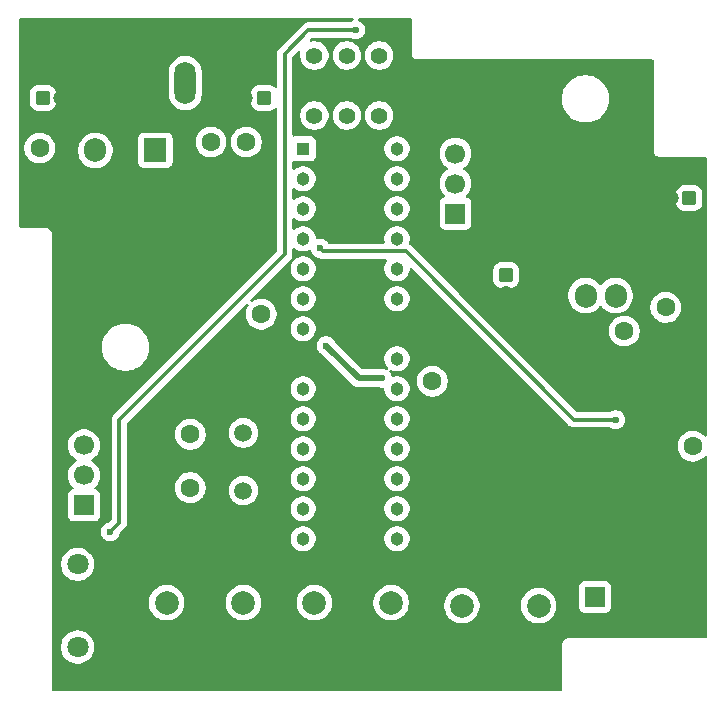
<source format=gbl>
%TF.GenerationSoftware,KiCad,Pcbnew,9.0.5-9.0.5~ubuntu24.04.1*%
%TF.CreationDate,2025-11-05T16:31:41+03:00*%
%TF.ProjectId,Lora-Based pump control circuit,4c6f7261-2d42-4617-9365-642070756d70,1.0*%
%TF.SameCoordinates,Original*%
%TF.FileFunction,Copper,L2,Bot*%
%TF.FilePolarity,Positive*%
%FSLAX46Y46*%
G04 Gerber Fmt 4.6, Leading zero omitted, Abs format (unit mm)*
G04 Created by KiCad (PCBNEW 9.0.5-9.0.5~ubuntu24.04.1) date 2025-11-05 16:31:41*
%MOMM*%
%LPD*%
G01*
G04 APERTURE LIST*
G04 Aperture macros list*
%AMRoundRect*
0 Rectangle with rounded corners*
0 $1 Rounding radius*
0 $2 $3 $4 $5 $6 $7 $8 $9 X,Y pos of 4 corners*
0 Add a 4 corners polygon primitive as box body*
4,1,4,$2,$3,$4,$5,$6,$7,$8,$9,$2,$3,0*
0 Add four circle primitives for the rounded corners*
1,1,$1+$1,$2,$3*
1,1,$1+$1,$4,$5*
1,1,$1+$1,$6,$7*
1,1,$1+$1,$8,$9*
0 Add four rect primitives between the rounded corners*
20,1,$1+$1,$2,$3,$4,$5,0*
20,1,$1+$1,$4,$5,$6,$7,0*
20,1,$1+$1,$6,$7,$8,$9,0*
20,1,$1+$1,$8,$9,$2,$3,0*%
G04 Aperture macros list end*
%TA.AperFunction,ComponentPad*%
%ADD10C,1.600000*%
%TD*%
%TA.AperFunction,ComponentPad*%
%ADD11RoundRect,0.250000X0.350000X0.350000X-0.350000X0.350000X-0.350000X-0.350000X0.350000X-0.350000X0*%
%TD*%
%TA.AperFunction,ComponentPad*%
%ADD12C,1.200000*%
%TD*%
%TA.AperFunction,ComponentPad*%
%ADD13C,2.000000*%
%TD*%
%TA.AperFunction,ComponentPad*%
%ADD14C,1.400000*%
%TD*%
%TA.AperFunction,ComponentPad*%
%ADD15R,1.700000X1.700000*%
%TD*%
%TA.AperFunction,ComponentPad*%
%ADD16C,1.700000*%
%TD*%
%TA.AperFunction,ComponentPad*%
%ADD17RoundRect,0.250000X-0.650000X-1.550000X0.650000X-1.550000X0.650000X1.550000X-0.650000X1.550000X0*%
%TD*%
%TA.AperFunction,ComponentPad*%
%ADD18O,1.800000X3.600000*%
%TD*%
%TA.AperFunction,ComponentPad*%
%ADD19C,1.500000*%
%TD*%
%TA.AperFunction,ComponentPad*%
%ADD20R,1.905000X2.000000*%
%TD*%
%TA.AperFunction,ComponentPad*%
%ADD21O,1.905000X2.000000*%
%TD*%
%TA.AperFunction,ComponentPad*%
%ADD22RoundRect,0.250000X-0.350000X-0.350000X0.350000X-0.350000X0.350000X0.350000X-0.350000X0.350000X0*%
%TD*%
%TA.AperFunction,ComponentPad*%
%ADD23R,1.800000X1.800000*%
%TD*%
%TA.AperFunction,ComponentPad*%
%ADD24C,1.800000*%
%TD*%
%TA.AperFunction,ComponentPad*%
%ADD25RoundRect,0.250000X-0.350000X0.350000X-0.350000X-0.350000X0.350000X-0.350000X0.350000X0.350000X0*%
%TD*%
%TA.AperFunction,ComponentPad*%
%ADD26R,1.133000X1.133000*%
%TD*%
%TA.AperFunction,ComponentPad*%
%ADD27C,1.133000*%
%TD*%
%TA.AperFunction,ViaPad*%
%ADD28C,0.600000*%
%TD*%
%TA.AperFunction,Conductor*%
%ADD29C,0.500000*%
%TD*%
%TA.AperFunction,Conductor*%
%ADD30C,0.300000*%
%TD*%
G04 APERTURE END LIST*
D10*
%TO.P,C2,1*%
%TO.N,Net-(IC1-PB7_(PCINT7{slash}XTAL2{slash}TOSC2))*%
X127000000Y-101250000D03*
%TO.P,C2,2*%
%TO.N,GND*%
X124500000Y-101250000D03*
%TD*%
%TO.P,C12,1*%
%TO.N,GND*%
X167250000Y-81000000D03*
%TO.P,C12,2*%
%TO.N,+5V*%
X167250000Y-86000000D03*
%TD*%
D11*
%TO.P,C10,1*%
%TO.N,VCC*%
X133250000Y-68250000D03*
D12*
%TO.P,C10,2*%
%TO.N,GND*%
X131750000Y-68250000D03*
%TD*%
D13*
%TO.P,SW3,1,1*%
%TO.N,BTN_mode*%
X137500000Y-111000000D03*
X144000000Y-111000000D03*
%TO.P,SW3,2,2*%
%TO.N,GND*%
X137500000Y-115500000D03*
X144000000Y-115500000D03*
%TD*%
D10*
%TO.P,C3,1*%
%TO.N,+5V*%
X133000000Y-86570000D03*
%TO.P,C3,2*%
%TO.N,GND*%
X133000000Y-91570000D03*
%TD*%
D14*
%TO.P,R2,1*%
%TO.N,Net-(IC1-PD5_(PCINT21{slash}OC0B{slash}T1))*%
X140250000Y-69750000D03*
%TO.P,R2,2*%
%TO.N,/GREEN led_A*%
X140250000Y-64670000D03*
%TD*%
D10*
%TO.P,C1,1*%
%TO.N,Net-(IC1-PB6_(PCINT6{slash}XTAL1{slash}TOSC1))*%
X127000000Y-96750000D03*
%TO.P,C1,2*%
%TO.N,GND*%
X124500000Y-96750000D03*
%TD*%
D15*
%TO.P,J1,1,Pin_1*%
%TO.N,+5V*%
X118000000Y-102750000D03*
D16*
%TO.P,J1,2,Pin_2*%
%TO.N,TRIG*%
X118000000Y-100210000D03*
%TO.P,J1,3,Pin_3*%
%TO.N,ECHO*%
X118000000Y-97670000D03*
%TO.P,J1,4,Pin_4*%
%TO.N,GND*%
X118000000Y-95130000D03*
%TD*%
D14*
%TO.P,R1,1*%
%TO.N,+5V*%
X137500000Y-64670000D03*
%TO.P,R1,2*%
%TO.N,Net-(IC1-PC6_(PCINT14{slash}~{RESET)})*%
X137500000Y-69750000D03*
%TD*%
%TO.P,R3,1*%
%TO.N,Net-(IC1-PD4_(PCINT20{slash}XCK{slash}T0))*%
X143000000Y-69750000D03*
%TO.P,R3,2*%
%TO.N,/RED led_A*%
X143000000Y-64670000D03*
%TD*%
D10*
%TO.P,C6,1*%
%TO.N,GND*%
X131750000Y-77000000D03*
%TO.P,C6,2*%
%TO.N,VCC*%
X131750000Y-72000000D03*
%TD*%
D15*
%TO.P,J3,1,Pin_1*%
%TO.N,+5V*%
X149450000Y-78050000D03*
D16*
%TO.P,J3,2,Pin_2*%
%TO.N,SDA*%
X149450000Y-75510000D03*
%TO.P,J3,3,Pin_3*%
%TO.N,SCL*%
X149450000Y-72970000D03*
%TO.P,J3,4,Pin_4*%
%TO.N,GND*%
X149450000Y-70430000D03*
%TD*%
D17*
%TO.P,J2,1,Pin_1*%
%TO.N,GND*%
X121500000Y-67000000D03*
D18*
%TO.P,J2,2,Pin_2*%
%TO.N,VCC*%
X126580000Y-67000000D03*
%TD*%
D13*
%TO.P,SW2,1,1*%
%TO.N,BTN_dec*%
X150000000Y-111250000D03*
X156500000Y-111250000D03*
%TO.P,SW2,2,2*%
%TO.N,GND*%
X150000000Y-115750000D03*
X156500000Y-115750000D03*
%TD*%
D19*
%TO.P,Y1,1,1*%
%TO.N,Net-(IC1-PB7_(PCINT7{slash}XTAL2{slash}TOSC2))*%
X131500000Y-101500000D03*
%TO.P,Y1,2,2*%
%TO.N,Net-(IC1-PB6_(PCINT6{slash}XTAL1{slash}TOSC1))*%
X131500000Y-96620000D03*
%TD*%
D20*
%TO.P,U3,1,VI*%
%TO.N,VCC*%
X124040000Y-72700000D03*
D21*
%TO.P,U3,2,GND*%
%TO.N,GND*%
X121500000Y-72700000D03*
%TO.P,U3,3,VO*%
%TO.N,+5V*%
X118960000Y-72700000D03*
%TD*%
D22*
%TO.P,C11,1*%
%TO.N,+5V*%
X114500000Y-68250000D03*
D12*
%TO.P,C11,2*%
%TO.N,GND*%
X116000000Y-68250000D03*
%TD*%
D23*
%TO.P,D2,1,K*%
%TO.N,GND*%
X120000000Y-114750000D03*
D24*
%TO.P,D2,2,A*%
%TO.N,/GREEN led_A*%
X117460000Y-114750000D03*
%TD*%
D15*
%TO.P,J5,1,Pin_1*%
%TO.N,Net-(J4-SIGNAL)*%
X161250000Y-110500000D03*
%TD*%
D10*
%TO.P,C13,1*%
%TO.N,GND*%
X158750000Y-88000000D03*
%TO.P,C13,2*%
%TO.N,+3V3*%
X163750000Y-88000000D03*
%TD*%
D20*
%TO.P,U2,1,GND*%
%TO.N,GND*%
X157920000Y-85000000D03*
D21*
%TO.P,U2,2,VO*%
%TO.N,+3V3*%
X160460000Y-85000000D03*
%TO.P,U2,3,VI*%
%TO.N,+5V*%
X163000000Y-85000000D03*
%TD*%
D23*
%TO.P,D1,1,K*%
%TO.N,GND*%
X120000000Y-107750000D03*
D24*
%TO.P,D1,2,A*%
%TO.N,/RED led_A*%
X117460000Y-107750000D03*
%TD*%
D10*
%TO.P,C9,1*%
%TO.N,GND*%
X128750000Y-77000000D03*
%TO.P,C9,2*%
%TO.N,VCC*%
X128750000Y-72000000D03*
%TD*%
%TO.P,C5,1*%
%TO.N,GND*%
X114250000Y-77500000D03*
%TO.P,C5,2*%
%TO.N,+5V*%
X114250000Y-72500000D03*
%TD*%
D11*
%TO.P,C7,1*%
%TO.N,+5V*%
X169250000Y-76750000D03*
D12*
%TO.P,C7,2*%
%TO.N,GND*%
X167750000Y-76750000D03*
%TD*%
D13*
%TO.P,SW1,1,1*%
%TO.N,BTN_inc*%
X125000000Y-111000000D03*
X131500000Y-111000000D03*
%TO.P,SW1,2,2*%
%TO.N,GND*%
X125000000Y-115500000D03*
X131500000Y-115500000D03*
%TD*%
D25*
%TO.P,C8,1*%
%TO.N,+3V3*%
X153750000Y-83250000D03*
D12*
%TO.P,C8,2*%
%TO.N,GND*%
X153750000Y-84750000D03*
%TD*%
D26*
%TO.P,IC1,1,PC6_(PCINT14/~{RESET)}*%
%TO.N,Net-(IC1-PC6_(PCINT14{slash}~{RESET)})*%
X136562000Y-72560000D03*
D27*
%TO.P,IC1,2,PD0_(PCINT16/RXD)*%
%TO.N,unconnected-(IC1-PD0_(PCINT16{slash}RXD)-Pad2)*%
X136562000Y-75100000D03*
%TO.P,IC1,3,PD1_(PCINT17/TXD)*%
%TO.N,unconnected-(IC1-PD1_(PCINT17{slash}TXD)-Pad3)*%
X136562000Y-77640000D03*
%TO.P,IC1,4,PD2_(PCINT18/INT0)*%
%TO.N,DIO0*%
X136562000Y-80180000D03*
%TO.P,IC1,5,PD3_(PCINT19/OC2B/INT1)*%
%TO.N,unconnected-(IC1-PD3_(PCINT19{slash}OC2B{slash}INT1)-Pad5)*%
X136562000Y-82720000D03*
%TO.P,IC1,6,PD4_(PCINT20/XCK/T0)*%
%TO.N,Net-(IC1-PD4_(PCINT20{slash}XCK{slash}T0))*%
X136562000Y-85260000D03*
%TO.P,IC1,7,VCC*%
%TO.N,+5V*%
X136562000Y-87800000D03*
%TO.P,IC1,8,GND_1*%
%TO.N,GND*%
X136562000Y-90340000D03*
%TO.P,IC1,9,PB6_(PCINT6/XTAL1/TOSC1)*%
%TO.N,Net-(IC1-PB6_(PCINT6{slash}XTAL1{slash}TOSC1))*%
X136562000Y-92880000D03*
%TO.P,IC1,10,PB7_(PCINT7/XTAL2/TOSC2)*%
%TO.N,Net-(IC1-PB7_(PCINT7{slash}XTAL2{slash}TOSC2))*%
X136562000Y-95420000D03*
%TO.P,IC1,11,PD5_(PCINT21/OC0B/T1)*%
%TO.N,Net-(IC1-PD5_(PCINT21{slash}OC0B{slash}T1))*%
X136562000Y-97960000D03*
%TO.P,IC1,12,PD6_(PCINT22/OC0A/AIN0)*%
%TO.N,ECHO*%
X136562000Y-100500000D03*
%TO.P,IC1,13,PD7_(PCINT23/AIN1)*%
%TO.N,TRIG*%
X136562000Y-103040000D03*
%TO.P,IC1,14,PB0_(PCINT0/CLKO/ICP1)*%
%TO.N,BTN_inc*%
X136562000Y-105580000D03*
%TO.P,IC1,15,PB1_(OC1A/PCINT1)*%
%TO.N,RESET*%
X144500000Y-105580000D03*
%TO.P,IC1,16,PB2_(~{SS}/OC1B/PCINT2)*%
%TO.N,NSS*%
X144500000Y-103040000D03*
%TO.P,IC1,17,PB3_(MOSI/OC2A/PCINT3)*%
%TO.N,MOSI*%
X144500000Y-100500000D03*
%TO.P,IC1,18,PB4_(MISO/PCINT4)*%
%TO.N,MISO*%
X144500000Y-97960000D03*
%TO.P,IC1,19,PB5_(SCK/PCINT5)*%
%TO.N,SCK*%
X144500000Y-95420000D03*
%TO.P,IC1,20,AVCC*%
%TO.N,+5V*%
X144500000Y-92880000D03*
%TO.P,IC1,21,AREF*%
%TO.N,unconnected-(IC1-AREF-Pad21)*%
X144500000Y-90340000D03*
%TO.P,IC1,22,GND_2*%
%TO.N,GND*%
X144500000Y-87800000D03*
%TO.P,IC1,23,PC0_(ADC0/PCINT8)*%
%TO.N,BTN_dec*%
X144500000Y-85260000D03*
%TO.P,IC1,24,PC1_(ADC1/PCINT9)*%
%TO.N,BTN_mode*%
X144500000Y-82720000D03*
%TO.P,IC1,25,PC2_(ADC2/PCINT10)*%
%TO.N,unconnected-(IC1-PC2_(ADC2{slash}PCINT10)-Pad25)*%
X144500000Y-80180000D03*
%TO.P,IC1,26,PC3_(ADC3/PCINT11)*%
%TO.N,unconnected-(IC1-PC3_(ADC3{slash}PCINT11)-Pad26)*%
X144500000Y-77640000D03*
%TO.P,IC1,27,PC4_(ADC4/SDA/PCINT12)*%
%TO.N,SDA*%
X144500000Y-75100000D03*
%TO.P,IC1,28,PC5_(ADC5/SCL/PCINT13)*%
%TO.N,SCL*%
X144500000Y-72560000D03*
%TD*%
D10*
%TO.P,C14,1*%
%TO.N,GND*%
X169550000Y-102750000D03*
%TO.P,C14,2*%
%TO.N,+3V3*%
X169550000Y-97750000D03*
%TD*%
%TO.P,C4,1*%
%TO.N,+5V*%
X147500000Y-92250000D03*
%TO.P,C4,2*%
%TO.N,GND*%
X147500000Y-87250000D03*
%TD*%
D28*
%TO.N,GND*%
X149500000Y-106000000D03*
X155500000Y-95500000D03*
%TO.N,+5V*%
X143250000Y-92000000D03*
X138500000Y-89250000D03*
%TO.N,/RED led_A*%
X141000000Y-62500000D03*
X120210000Y-105000000D03*
%TO.N,DIO0*%
X163000000Y-95500000D03*
X138000000Y-81000000D03*
%TD*%
D29*
%TO.N,+5V*%
X141250000Y-92000000D02*
X138500000Y-89250000D01*
X143250000Y-92000000D02*
X141250000Y-92000000D01*
D30*
%TO.N,/RED led_A*%
X135000000Y-81500000D02*
X135000000Y-64500000D01*
X120210000Y-105000000D02*
X121000000Y-104210000D01*
X137000000Y-62500000D02*
X141000000Y-62500000D01*
X121000000Y-104210000D02*
X121000000Y-95500000D01*
X121000000Y-95500000D02*
X135000000Y-81500000D01*
X135000000Y-64500000D02*
X137000000Y-62500000D01*
%TO.N,DIO0*%
X145250000Y-81250000D02*
X138250000Y-81250000D01*
X159500000Y-95500000D02*
X145250000Y-81250000D01*
X163000000Y-95500000D02*
X159500000Y-95500000D01*
X138250000Y-81250000D02*
X138000000Y-81000000D01*
%TD*%
%TA.AperFunction,Conductor*%
%TO.N,GND*%
G36*
X140704469Y-61502455D02*
G01*
X140711302Y-61501236D01*
X140737563Y-61512173D01*
X140764849Y-61520185D01*
X140769392Y-61525428D01*
X140775802Y-61528098D01*
X140791982Y-61551498D01*
X140810604Y-61572989D01*
X140811591Y-61579858D01*
X140815539Y-61585567D01*
X140816499Y-61613991D01*
X140820548Y-61642147D01*
X140817664Y-61648460D01*
X140817899Y-61655397D01*
X140803339Y-61679828D01*
X140791523Y-61705703D01*
X140785204Y-61710258D01*
X140782131Y-61715417D01*
X140753101Y-61735490D01*
X140749238Y-61737414D01*
X140620821Y-61790606D01*
X140557409Y-61832976D01*
X140550356Y-61836490D01*
X140503716Y-61847464D01*
X140497279Y-61849480D01*
X140496296Y-61849210D01*
X140495065Y-61849500D01*
X136935929Y-61849500D01*
X136810261Y-61874497D01*
X136810255Y-61874499D01*
X136691875Y-61923533D01*
X136691866Y-61923538D01*
X136585331Y-61994723D01*
X136585327Y-61994726D01*
X134494727Y-64085325D01*
X134494726Y-64085326D01*
X134423534Y-64191874D01*
X134374499Y-64310255D01*
X134374497Y-64310261D01*
X134349500Y-64435928D01*
X134349500Y-67288770D01*
X134329815Y-67355809D01*
X134277011Y-67401564D01*
X134207853Y-67411508D01*
X134144297Y-67382483D01*
X134137819Y-67376451D01*
X134068657Y-67307289D01*
X134068656Y-67307288D01*
X133919334Y-67215186D01*
X133752797Y-67160001D01*
X133752795Y-67160000D01*
X133650010Y-67149500D01*
X132849998Y-67149500D01*
X132849980Y-67149501D01*
X132747203Y-67160000D01*
X132747200Y-67160001D01*
X132580668Y-67215185D01*
X132580663Y-67215187D01*
X132431342Y-67307289D01*
X132307289Y-67431342D01*
X132215187Y-67580663D01*
X132215186Y-67580666D01*
X132160001Y-67747203D01*
X132160001Y-67747204D01*
X132160000Y-67747204D01*
X132149500Y-67849983D01*
X132149500Y-68650001D01*
X132149501Y-68650019D01*
X132160000Y-68752796D01*
X132160001Y-68752799D01*
X132215185Y-68919331D01*
X132215187Y-68919336D01*
X132245353Y-68968243D01*
X132307288Y-69068656D01*
X132431344Y-69192712D01*
X132580666Y-69284814D01*
X132747203Y-69339999D01*
X132849991Y-69350500D01*
X133650008Y-69350499D01*
X133650016Y-69350498D01*
X133650019Y-69350498D01*
X133706302Y-69344748D01*
X133752797Y-69339999D01*
X133919334Y-69284814D01*
X134068656Y-69192712D01*
X134137819Y-69123549D01*
X134199142Y-69090064D01*
X134268834Y-69095048D01*
X134324767Y-69136920D01*
X134349184Y-69202384D01*
X134349500Y-69211230D01*
X134349500Y-81179192D01*
X134329815Y-81246231D01*
X134313181Y-81266873D01*
X120494722Y-95085331D01*
X120494718Y-95085336D01*
X120471010Y-95120820D01*
X120471010Y-95120821D01*
X120423534Y-95191874D01*
X120374499Y-95310255D01*
X120374497Y-95310261D01*
X120349500Y-95435928D01*
X120349500Y-103889191D01*
X120329815Y-103956230D01*
X120313181Y-103976872D01*
X120107068Y-104182984D01*
X120045745Y-104216469D01*
X120043579Y-104216920D01*
X119976508Y-104230261D01*
X119976498Y-104230264D01*
X119830827Y-104290602D01*
X119830814Y-104290609D01*
X119699711Y-104378210D01*
X119699707Y-104378213D01*
X119588213Y-104489707D01*
X119588210Y-104489711D01*
X119500609Y-104620814D01*
X119500602Y-104620827D01*
X119440264Y-104766498D01*
X119440261Y-104766510D01*
X119409500Y-104921153D01*
X119409500Y-105078846D01*
X119440261Y-105233489D01*
X119440264Y-105233501D01*
X119500602Y-105379172D01*
X119500609Y-105379185D01*
X119588210Y-105510288D01*
X119588213Y-105510292D01*
X119699707Y-105621786D01*
X119699711Y-105621789D01*
X119830814Y-105709390D01*
X119830827Y-105709397D01*
X119976498Y-105769735D01*
X119976503Y-105769737D01*
X120131153Y-105800499D01*
X120131156Y-105800500D01*
X120131158Y-105800500D01*
X120288844Y-105800500D01*
X120288845Y-105800499D01*
X120443497Y-105769737D01*
X120589179Y-105709394D01*
X120720289Y-105621789D01*
X120831789Y-105510289D01*
X120855432Y-105474905D01*
X135495000Y-105474905D01*
X135495000Y-105685094D01*
X135536002Y-105891224D01*
X135536004Y-105891232D01*
X135616435Y-106085411D01*
X135616440Y-106085420D01*
X135733206Y-106260172D01*
X135733209Y-106260176D01*
X135881823Y-106408790D01*
X135881827Y-106408793D01*
X136056579Y-106525559D01*
X136056585Y-106525562D01*
X136056586Y-106525563D01*
X136250768Y-106605996D01*
X136456905Y-106646999D01*
X136456909Y-106647000D01*
X136456910Y-106647000D01*
X136667091Y-106647000D01*
X136667092Y-106646999D01*
X136873232Y-106605996D01*
X137067414Y-106525563D01*
X137242173Y-106408793D01*
X137390793Y-106260173D01*
X137507563Y-106085414D01*
X137587996Y-105891232D01*
X137629000Y-105685090D01*
X137629000Y-105474910D01*
X137628999Y-105474905D01*
X143433000Y-105474905D01*
X143433000Y-105685094D01*
X143474002Y-105891224D01*
X143474004Y-105891232D01*
X143554435Y-106085411D01*
X143554440Y-106085420D01*
X143671206Y-106260172D01*
X143671209Y-106260176D01*
X143819823Y-106408790D01*
X143819827Y-106408793D01*
X143994579Y-106525559D01*
X143994585Y-106525562D01*
X143994586Y-106525563D01*
X144188768Y-106605996D01*
X144394905Y-106646999D01*
X144394909Y-106647000D01*
X144394910Y-106647000D01*
X144605091Y-106647000D01*
X144605092Y-106646999D01*
X144811232Y-106605996D01*
X145005414Y-106525563D01*
X145180173Y-106408793D01*
X145328793Y-106260173D01*
X145445563Y-106085414D01*
X145525996Y-105891232D01*
X145567000Y-105685090D01*
X145567000Y-105474910D01*
X145525996Y-105268768D01*
X145445563Y-105074586D01*
X145445562Y-105074585D01*
X145445559Y-105074579D01*
X145328793Y-104899827D01*
X145328790Y-104899823D01*
X145180176Y-104751209D01*
X145180172Y-104751206D01*
X145005420Y-104634440D01*
X145005411Y-104634435D01*
X144811232Y-104554004D01*
X144811224Y-104554002D01*
X144605094Y-104513000D01*
X144605090Y-104513000D01*
X144394910Y-104513000D01*
X144394905Y-104513000D01*
X144188775Y-104554002D01*
X144188767Y-104554004D01*
X143994588Y-104634435D01*
X143994579Y-104634440D01*
X143819827Y-104751206D01*
X143819823Y-104751209D01*
X143671209Y-104899823D01*
X143671206Y-104899827D01*
X143554440Y-105074579D01*
X143554435Y-105074588D01*
X143474004Y-105268767D01*
X143474002Y-105268775D01*
X143433000Y-105474905D01*
X137628999Y-105474905D01*
X137587996Y-105268768D01*
X137507563Y-105074586D01*
X137507562Y-105074585D01*
X137507559Y-105074579D01*
X137390793Y-104899827D01*
X137390790Y-104899823D01*
X137242176Y-104751209D01*
X137242172Y-104751206D01*
X137067420Y-104634440D01*
X137067411Y-104634435D01*
X136873232Y-104554004D01*
X136873224Y-104554002D01*
X136667094Y-104513000D01*
X136667090Y-104513000D01*
X136456910Y-104513000D01*
X136456905Y-104513000D01*
X136250775Y-104554002D01*
X136250767Y-104554004D01*
X136056588Y-104634435D01*
X136056579Y-104634440D01*
X135881827Y-104751206D01*
X135881823Y-104751209D01*
X135733209Y-104899823D01*
X135733206Y-104899827D01*
X135616440Y-105074579D01*
X135616435Y-105074588D01*
X135536004Y-105268767D01*
X135536002Y-105268775D01*
X135495000Y-105474905D01*
X120855432Y-105474905D01*
X120919394Y-105379179D01*
X120979737Y-105233497D01*
X120993079Y-105166416D01*
X121025463Y-105104509D01*
X121026905Y-105103039D01*
X121505277Y-104624669D01*
X121576465Y-104518127D01*
X121625501Y-104399743D01*
X121647210Y-104290609D01*
X121650500Y-104274071D01*
X121650500Y-102934905D01*
X135495000Y-102934905D01*
X135495000Y-103145094D01*
X135536002Y-103351224D01*
X135536004Y-103351232D01*
X135616435Y-103545411D01*
X135616440Y-103545420D01*
X135733206Y-103720172D01*
X135733209Y-103720176D01*
X135881823Y-103868790D01*
X135881827Y-103868793D01*
X136056579Y-103985559D01*
X136056585Y-103985562D01*
X136056586Y-103985563D01*
X136250768Y-104065996D01*
X136392012Y-104094091D01*
X136456905Y-104106999D01*
X136456909Y-104107000D01*
X136456910Y-104107000D01*
X136667091Y-104107000D01*
X136667092Y-104106999D01*
X136873232Y-104065996D01*
X137067414Y-103985563D01*
X137242173Y-103868793D01*
X137390793Y-103720173D01*
X137507563Y-103545414D01*
X137587996Y-103351232D01*
X137629000Y-103145090D01*
X137629000Y-102934910D01*
X137628999Y-102934905D01*
X143433000Y-102934905D01*
X143433000Y-103145094D01*
X143474002Y-103351224D01*
X143474004Y-103351232D01*
X143554435Y-103545411D01*
X143554440Y-103545420D01*
X143671206Y-103720172D01*
X143671209Y-103720176D01*
X143819823Y-103868790D01*
X143819827Y-103868793D01*
X143994579Y-103985559D01*
X143994585Y-103985562D01*
X143994586Y-103985563D01*
X144188768Y-104065996D01*
X144330012Y-104094091D01*
X144394905Y-104106999D01*
X144394909Y-104107000D01*
X144394910Y-104107000D01*
X144605091Y-104107000D01*
X144605092Y-104106999D01*
X144811232Y-104065996D01*
X145005414Y-103985563D01*
X145180173Y-103868793D01*
X145328793Y-103720173D01*
X145445563Y-103545414D01*
X145525996Y-103351232D01*
X145567000Y-103145090D01*
X145567000Y-102934910D01*
X145525996Y-102728768D01*
X145445563Y-102534586D01*
X145445562Y-102534585D01*
X145445559Y-102534579D01*
X145328793Y-102359827D01*
X145328790Y-102359823D01*
X145180176Y-102211209D01*
X145180172Y-102211206D01*
X145005420Y-102094440D01*
X145005411Y-102094435D01*
X144811232Y-102014004D01*
X144811224Y-102014002D01*
X144605094Y-101973000D01*
X144605090Y-101973000D01*
X144394910Y-101973000D01*
X144394905Y-101973000D01*
X144188775Y-102014002D01*
X144188767Y-102014004D01*
X143994588Y-102094435D01*
X143994579Y-102094440D01*
X143819827Y-102211206D01*
X143819823Y-102211209D01*
X143671209Y-102359823D01*
X143671206Y-102359827D01*
X143554440Y-102534579D01*
X143554435Y-102534588D01*
X143474004Y-102728767D01*
X143474002Y-102728775D01*
X143433000Y-102934905D01*
X137628999Y-102934905D01*
X137587996Y-102728768D01*
X137507563Y-102534586D01*
X137507562Y-102534585D01*
X137507559Y-102534579D01*
X137390793Y-102359827D01*
X137390790Y-102359823D01*
X137242176Y-102211209D01*
X137242172Y-102211206D01*
X137067420Y-102094440D01*
X137067411Y-102094435D01*
X136873232Y-102014004D01*
X136873224Y-102014002D01*
X136667094Y-101973000D01*
X136667090Y-101973000D01*
X136456910Y-101973000D01*
X136456905Y-101973000D01*
X136250775Y-102014002D01*
X136250767Y-102014004D01*
X136056588Y-102094435D01*
X136056579Y-102094440D01*
X135881827Y-102211206D01*
X135881823Y-102211209D01*
X135733209Y-102359823D01*
X135733206Y-102359827D01*
X135616440Y-102534579D01*
X135616435Y-102534588D01*
X135536004Y-102728767D01*
X135536002Y-102728775D01*
X135495000Y-102934905D01*
X121650500Y-102934905D01*
X121650500Y-101147648D01*
X125699500Y-101147648D01*
X125699500Y-101352352D01*
X125703878Y-101379995D01*
X125731522Y-101554534D01*
X125794781Y-101749223D01*
X125887715Y-101931613D01*
X126008028Y-102097213D01*
X126152786Y-102241971D01*
X126307749Y-102354556D01*
X126318390Y-102362287D01*
X126434607Y-102421503D01*
X126500776Y-102455218D01*
X126500778Y-102455218D01*
X126500781Y-102455220D01*
X126605137Y-102489127D01*
X126695465Y-102518477D01*
X126796557Y-102534488D01*
X126897648Y-102550500D01*
X126897649Y-102550500D01*
X127102351Y-102550500D01*
X127102352Y-102550500D01*
X127304534Y-102518477D01*
X127499219Y-102455220D01*
X127681610Y-102362287D01*
X127774590Y-102294732D01*
X127847213Y-102241971D01*
X127847215Y-102241968D01*
X127847219Y-102241966D01*
X127991966Y-102097219D01*
X127991968Y-102097215D01*
X127991971Y-102097213D01*
X128052426Y-102014002D01*
X128112287Y-101931610D01*
X128205220Y-101749219D01*
X128268477Y-101554534D01*
X128292703Y-101401577D01*
X130249500Y-101401577D01*
X130249500Y-101598422D01*
X130280290Y-101792826D01*
X130341117Y-101980029D01*
X130399410Y-102094435D01*
X130430476Y-102155405D01*
X130546172Y-102314646D01*
X130685354Y-102453828D01*
X130844595Y-102569524D01*
X130927455Y-102611743D01*
X131019970Y-102658882D01*
X131019972Y-102658882D01*
X131019975Y-102658884D01*
X131120317Y-102691487D01*
X131207173Y-102719709D01*
X131401578Y-102750500D01*
X131401583Y-102750500D01*
X131598422Y-102750500D01*
X131792826Y-102719709D01*
X131980025Y-102658884D01*
X132155405Y-102569524D01*
X132314646Y-102453828D01*
X132453828Y-102314646D01*
X132569524Y-102155405D01*
X132658884Y-101980025D01*
X132719709Y-101792826D01*
X132726616Y-101749219D01*
X132750500Y-101598422D01*
X132750500Y-101401577D01*
X132719709Y-101207173D01*
X132658882Y-101019970D01*
X132569523Y-100844594D01*
X132545278Y-100811224D01*
X132453828Y-100685354D01*
X132314646Y-100546172D01*
X132155405Y-100430476D01*
X132085593Y-100394905D01*
X135495000Y-100394905D01*
X135495000Y-100605094D01*
X135536002Y-100811224D01*
X135536004Y-100811232D01*
X135616435Y-101005411D01*
X135616440Y-101005420D01*
X135733206Y-101180172D01*
X135733209Y-101180176D01*
X135881823Y-101328790D01*
X135881827Y-101328793D01*
X136056579Y-101445559D01*
X136056588Y-101445564D01*
X136082280Y-101456206D01*
X136250768Y-101525996D01*
X136456905Y-101566999D01*
X136456909Y-101567000D01*
X136456910Y-101567000D01*
X136667091Y-101567000D01*
X136667092Y-101566999D01*
X136873232Y-101525996D01*
X137067414Y-101445563D01*
X137242173Y-101328793D01*
X137390793Y-101180173D01*
X137507563Y-101005414D01*
X137587996Y-100811232D01*
X137629000Y-100605090D01*
X137629000Y-100394910D01*
X137628999Y-100394905D01*
X143433000Y-100394905D01*
X143433000Y-100605094D01*
X143474002Y-100811224D01*
X143474004Y-100811232D01*
X143554435Y-101005411D01*
X143554440Y-101005420D01*
X143671206Y-101180172D01*
X143671209Y-101180176D01*
X143819823Y-101328790D01*
X143819827Y-101328793D01*
X143994579Y-101445559D01*
X143994588Y-101445564D01*
X144020280Y-101456206D01*
X144188768Y-101525996D01*
X144394905Y-101566999D01*
X144394909Y-101567000D01*
X144394910Y-101567000D01*
X144605091Y-101567000D01*
X144605092Y-101566999D01*
X144811232Y-101525996D01*
X145005414Y-101445563D01*
X145180173Y-101328793D01*
X145328793Y-101180173D01*
X145445563Y-101005414D01*
X145525996Y-100811232D01*
X145567000Y-100605090D01*
X145567000Y-100394910D01*
X145525996Y-100188768D01*
X145445563Y-99994586D01*
X145445562Y-99994585D01*
X145445559Y-99994579D01*
X145328793Y-99819827D01*
X145328790Y-99819823D01*
X145180176Y-99671209D01*
X145180172Y-99671206D01*
X145005420Y-99554440D01*
X145005411Y-99554435D01*
X144811232Y-99474004D01*
X144811224Y-99474002D01*
X144605094Y-99433000D01*
X144605090Y-99433000D01*
X144394910Y-99433000D01*
X144394905Y-99433000D01*
X144188775Y-99474002D01*
X144188767Y-99474004D01*
X143994588Y-99554435D01*
X143994579Y-99554440D01*
X143819827Y-99671206D01*
X143819823Y-99671209D01*
X143671209Y-99819823D01*
X143671206Y-99819827D01*
X143554440Y-99994579D01*
X143554435Y-99994588D01*
X143474004Y-100188767D01*
X143474002Y-100188775D01*
X143433000Y-100394905D01*
X137628999Y-100394905D01*
X137587996Y-100188768D01*
X137507563Y-99994586D01*
X137507562Y-99994585D01*
X137507559Y-99994579D01*
X137390793Y-99819827D01*
X137390790Y-99819823D01*
X137242176Y-99671209D01*
X137242172Y-99671206D01*
X137067420Y-99554440D01*
X137067411Y-99554435D01*
X136873232Y-99474004D01*
X136873224Y-99474002D01*
X136667094Y-99433000D01*
X136667090Y-99433000D01*
X136456910Y-99433000D01*
X136456905Y-99433000D01*
X136250775Y-99474002D01*
X136250767Y-99474004D01*
X136056588Y-99554435D01*
X136056579Y-99554440D01*
X135881827Y-99671206D01*
X135881823Y-99671209D01*
X135733209Y-99819823D01*
X135733206Y-99819827D01*
X135616440Y-99994579D01*
X135616435Y-99994588D01*
X135536004Y-100188767D01*
X135536002Y-100188775D01*
X135495000Y-100394905D01*
X132085593Y-100394905D01*
X131980029Y-100341117D01*
X131792826Y-100280290D01*
X131598422Y-100249500D01*
X131598417Y-100249500D01*
X131401583Y-100249500D01*
X131401578Y-100249500D01*
X131207173Y-100280290D01*
X131019970Y-100341117D01*
X130844594Y-100430476D01*
X130763857Y-100489136D01*
X130685354Y-100546172D01*
X130685352Y-100546174D01*
X130685351Y-100546174D01*
X130546174Y-100685351D01*
X130546174Y-100685352D01*
X130546172Y-100685354D01*
X130514887Y-100728414D01*
X130430476Y-100844594D01*
X130341117Y-101019970D01*
X130280290Y-101207173D01*
X130249500Y-101401577D01*
X128292703Y-101401577D01*
X128300500Y-101352352D01*
X128300500Y-101147648D01*
X128280278Y-101019975D01*
X128268477Y-100945465D01*
X128205218Y-100750776D01*
X128171503Y-100684607D01*
X128112287Y-100568390D01*
X128081663Y-100526239D01*
X127991971Y-100402786D01*
X127847213Y-100258028D01*
X127681613Y-100137715D01*
X127681612Y-100137714D01*
X127681610Y-100137713D01*
X127624653Y-100108691D01*
X127499223Y-100044781D01*
X127304534Y-99981522D01*
X127129995Y-99953878D01*
X127102352Y-99949500D01*
X126897648Y-99949500D01*
X126873329Y-99953351D01*
X126695465Y-99981522D01*
X126500776Y-100044781D01*
X126318386Y-100137715D01*
X126152786Y-100258028D01*
X126008028Y-100402786D01*
X125887715Y-100568386D01*
X125794781Y-100750776D01*
X125731522Y-100945465D01*
X125699500Y-101147648D01*
X121650500Y-101147648D01*
X121650500Y-96647648D01*
X125699500Y-96647648D01*
X125699500Y-96852351D01*
X125731522Y-97054534D01*
X125794781Y-97249223D01*
X125887715Y-97431613D01*
X126008028Y-97597213D01*
X126152786Y-97741971D01*
X126307749Y-97854556D01*
X126318390Y-97862287D01*
X126434607Y-97921503D01*
X126500776Y-97955218D01*
X126500778Y-97955218D01*
X126500781Y-97955220D01*
X126596248Y-97986239D01*
X126695465Y-98018477D01*
X126796557Y-98034488D01*
X126897648Y-98050500D01*
X126897649Y-98050500D01*
X127102351Y-98050500D01*
X127102352Y-98050500D01*
X127304534Y-98018477D01*
X127499219Y-97955220D01*
X127681610Y-97862287D01*
X127774590Y-97794732D01*
X127847213Y-97741971D01*
X127847215Y-97741968D01*
X127847219Y-97741966D01*
X127991966Y-97597219D01*
X127991968Y-97597215D01*
X127991971Y-97597213D01*
X128044732Y-97524590D01*
X128112287Y-97431610D01*
X128205220Y-97249219D01*
X128268477Y-97054534D01*
X128300500Y-96852352D01*
X128300500Y-96647648D01*
X128298926Y-96637713D01*
X128282834Y-96536109D01*
X128280532Y-96521577D01*
X130249500Y-96521577D01*
X130249500Y-96718422D01*
X130280290Y-96912826D01*
X130341117Y-97100029D01*
X130430476Y-97275405D01*
X130546172Y-97434646D01*
X130685354Y-97573828D01*
X130844595Y-97689524D01*
X130927455Y-97731743D01*
X131019970Y-97778882D01*
X131019972Y-97778882D01*
X131019975Y-97778884D01*
X131120317Y-97811487D01*
X131207173Y-97839709D01*
X131401578Y-97870500D01*
X131401583Y-97870500D01*
X131598422Y-97870500D01*
X131696884Y-97854905D01*
X135495000Y-97854905D01*
X135495000Y-98065094D01*
X135536002Y-98271224D01*
X135536004Y-98271232D01*
X135616435Y-98465411D01*
X135616440Y-98465420D01*
X135733206Y-98640172D01*
X135733209Y-98640176D01*
X135881823Y-98788790D01*
X135881827Y-98788793D01*
X136056579Y-98905559D01*
X136056585Y-98905562D01*
X136056586Y-98905563D01*
X136250768Y-98985996D01*
X136414062Y-99018477D01*
X136456905Y-99026999D01*
X136456909Y-99027000D01*
X136456910Y-99027000D01*
X136667091Y-99027000D01*
X136667092Y-99026999D01*
X136873232Y-98985996D01*
X137067414Y-98905563D01*
X137242173Y-98788793D01*
X137390793Y-98640173D01*
X137507563Y-98465414D01*
X137587996Y-98271232D01*
X137629000Y-98065090D01*
X137629000Y-97854910D01*
X137628999Y-97854905D01*
X143433000Y-97854905D01*
X143433000Y-98065094D01*
X143474002Y-98271224D01*
X143474004Y-98271232D01*
X143554435Y-98465411D01*
X143554440Y-98465420D01*
X143671206Y-98640172D01*
X143671209Y-98640176D01*
X143819823Y-98788790D01*
X143819827Y-98788793D01*
X143994579Y-98905559D01*
X143994585Y-98905562D01*
X143994586Y-98905563D01*
X144188768Y-98985996D01*
X144352062Y-99018477D01*
X144394905Y-99026999D01*
X144394909Y-99027000D01*
X144394910Y-99027000D01*
X144605091Y-99027000D01*
X144605092Y-99026999D01*
X144811232Y-98985996D01*
X145005414Y-98905563D01*
X145180173Y-98788793D01*
X145328793Y-98640173D01*
X145445563Y-98465414D01*
X145525996Y-98271232D01*
X145567000Y-98065090D01*
X145567000Y-97854910D01*
X145525996Y-97648768D01*
X145445563Y-97454586D01*
X145445562Y-97454585D01*
X145445559Y-97454579D01*
X145328793Y-97279827D01*
X145328790Y-97279823D01*
X145180176Y-97131209D01*
X145180172Y-97131206D01*
X145005420Y-97014440D01*
X145005411Y-97014435D01*
X144811232Y-96934004D01*
X144811224Y-96934002D01*
X144605094Y-96893000D01*
X144605090Y-96893000D01*
X144394910Y-96893000D01*
X144394905Y-96893000D01*
X144188775Y-96934002D01*
X144188767Y-96934004D01*
X143994588Y-97014435D01*
X143994579Y-97014440D01*
X143819827Y-97131206D01*
X143819823Y-97131209D01*
X143671209Y-97279823D01*
X143671206Y-97279827D01*
X143554440Y-97454579D01*
X143554435Y-97454588D01*
X143474004Y-97648767D01*
X143474002Y-97648775D01*
X143433000Y-97854905D01*
X137628999Y-97854905D01*
X137587996Y-97648768D01*
X137507563Y-97454586D01*
X137507562Y-97454585D01*
X137507559Y-97454579D01*
X137390793Y-97279827D01*
X137390790Y-97279823D01*
X137242176Y-97131209D01*
X137242172Y-97131206D01*
X137067420Y-97014440D01*
X137067411Y-97014435D01*
X136873232Y-96934004D01*
X136873224Y-96934002D01*
X136667094Y-96893000D01*
X136667090Y-96893000D01*
X136456910Y-96893000D01*
X136456905Y-96893000D01*
X136250775Y-96934002D01*
X136250767Y-96934004D01*
X136056588Y-97014435D01*
X136056579Y-97014440D01*
X135881827Y-97131206D01*
X135881823Y-97131209D01*
X135733209Y-97279823D01*
X135733206Y-97279827D01*
X135616440Y-97454579D01*
X135616435Y-97454588D01*
X135536004Y-97648767D01*
X135536002Y-97648775D01*
X135495000Y-97854905D01*
X131696884Y-97854905D01*
X131792826Y-97839709D01*
X131980025Y-97778884D01*
X132155405Y-97689524D01*
X132314646Y-97573828D01*
X132453828Y-97434646D01*
X132569524Y-97275405D01*
X132658884Y-97100025D01*
X132719709Y-96912826D01*
X132739130Y-96790208D01*
X132750500Y-96718422D01*
X132750500Y-96521577D01*
X132719709Y-96327173D01*
X132668700Y-96170185D01*
X132658884Y-96139975D01*
X132658882Y-96139972D01*
X132658882Y-96139970D01*
X132611743Y-96047455D01*
X132569524Y-95964595D01*
X132453828Y-95805354D01*
X132314646Y-95666172D01*
X132155405Y-95550476D01*
X132105582Y-95525090D01*
X131980029Y-95461117D01*
X131874255Y-95426749D01*
X131792826Y-95400290D01*
X131598422Y-95369500D01*
X131598417Y-95369500D01*
X131401583Y-95369500D01*
X131401578Y-95369500D01*
X131207173Y-95400290D01*
X131019970Y-95461117D01*
X130844594Y-95550476D01*
X130805547Y-95578846D01*
X130685354Y-95666172D01*
X130685352Y-95666174D01*
X130685351Y-95666174D01*
X130546174Y-95805351D01*
X130546174Y-95805352D01*
X130546172Y-95805354D01*
X130534944Y-95820808D01*
X130430476Y-95964594D01*
X130341117Y-96139970D01*
X130280290Y-96327173D01*
X130249500Y-96521577D01*
X128280532Y-96521577D01*
X128268477Y-96445465D01*
X128238353Y-96352753D01*
X128205220Y-96250781D01*
X128205218Y-96250778D01*
X128205218Y-96250776D01*
X128141387Y-96125502D01*
X128112287Y-96068390D01*
X128070077Y-96010292D01*
X127991971Y-95902786D01*
X127847213Y-95758028D01*
X127681613Y-95637715D01*
X127681612Y-95637714D01*
X127681610Y-95637713D01*
X127624653Y-95608691D01*
X127499223Y-95544781D01*
X127304534Y-95481522D01*
X127129995Y-95453878D01*
X127102352Y-95449500D01*
X126897648Y-95449500D01*
X126873329Y-95453351D01*
X126695465Y-95481522D01*
X126500776Y-95544781D01*
X126318386Y-95637715D01*
X126152786Y-95758028D01*
X126008028Y-95902786D01*
X125887715Y-96068386D01*
X125794781Y-96250776D01*
X125731522Y-96445465D01*
X125699500Y-96647648D01*
X121650500Y-96647648D01*
X121650500Y-95820808D01*
X121670185Y-95753769D01*
X121686819Y-95733127D01*
X122105041Y-95314905D01*
X135495000Y-95314905D01*
X135495000Y-95525094D01*
X135536002Y-95731224D01*
X135536004Y-95731232D01*
X135616435Y-95925411D01*
X135616440Y-95925420D01*
X135733206Y-96100172D01*
X135733209Y-96100176D01*
X135881823Y-96248790D01*
X135881827Y-96248793D01*
X136056579Y-96365559D01*
X136056585Y-96365562D01*
X136056586Y-96365563D01*
X136250768Y-96445996D01*
X136429370Y-96481522D01*
X136456905Y-96486999D01*
X136456909Y-96487000D01*
X136456910Y-96487000D01*
X136667091Y-96487000D01*
X136667092Y-96486999D01*
X136873232Y-96445996D01*
X137067414Y-96365563D01*
X137242173Y-96248793D01*
X137390793Y-96100173D01*
X137507563Y-95925414D01*
X137587996Y-95731232D01*
X137629000Y-95525090D01*
X137629000Y-95314910D01*
X137628999Y-95314905D01*
X143433000Y-95314905D01*
X143433000Y-95525094D01*
X143474002Y-95731224D01*
X143474004Y-95731232D01*
X143554435Y-95925411D01*
X143554440Y-95925420D01*
X143671206Y-96100172D01*
X143671209Y-96100176D01*
X143819823Y-96248790D01*
X143819827Y-96248793D01*
X143994579Y-96365559D01*
X143994585Y-96365562D01*
X143994586Y-96365563D01*
X144188768Y-96445996D01*
X144367370Y-96481522D01*
X144394905Y-96486999D01*
X144394909Y-96487000D01*
X144394910Y-96487000D01*
X144605091Y-96487000D01*
X144605092Y-96486999D01*
X144811232Y-96445996D01*
X145005414Y-96365563D01*
X145180173Y-96248793D01*
X145328793Y-96100173D01*
X145445563Y-95925414D01*
X145525996Y-95731232D01*
X145567000Y-95525090D01*
X145567000Y-95314910D01*
X145525996Y-95108768D01*
X145445563Y-94914586D01*
X145445562Y-94914585D01*
X145445559Y-94914579D01*
X145328793Y-94739827D01*
X145328790Y-94739823D01*
X145180176Y-94591209D01*
X145180172Y-94591206D01*
X145005420Y-94474440D01*
X145005411Y-94474435D01*
X144811232Y-94394004D01*
X144811224Y-94394002D01*
X144605094Y-94353000D01*
X144605090Y-94353000D01*
X144394910Y-94353000D01*
X144394905Y-94353000D01*
X144188775Y-94394002D01*
X144188767Y-94394004D01*
X143994588Y-94474435D01*
X143994579Y-94474440D01*
X143819827Y-94591206D01*
X143819823Y-94591209D01*
X143671209Y-94739823D01*
X143671206Y-94739827D01*
X143554440Y-94914579D01*
X143554435Y-94914588D01*
X143474004Y-95108767D01*
X143474002Y-95108775D01*
X143433000Y-95314905D01*
X137628999Y-95314905D01*
X137587996Y-95108768D01*
X137507563Y-94914586D01*
X137507562Y-94914585D01*
X137507559Y-94914579D01*
X137390793Y-94739827D01*
X137390790Y-94739823D01*
X137242176Y-94591209D01*
X137242172Y-94591206D01*
X137067420Y-94474440D01*
X137067411Y-94474435D01*
X136873232Y-94394004D01*
X136873224Y-94394002D01*
X136667094Y-94353000D01*
X136667090Y-94353000D01*
X136456910Y-94353000D01*
X136456905Y-94353000D01*
X136250775Y-94394002D01*
X136250767Y-94394004D01*
X136056588Y-94474435D01*
X136056579Y-94474440D01*
X135881827Y-94591206D01*
X135881823Y-94591209D01*
X135733209Y-94739823D01*
X135733206Y-94739827D01*
X135616440Y-94914579D01*
X135616435Y-94914588D01*
X135536004Y-95108767D01*
X135536002Y-95108775D01*
X135495000Y-95314905D01*
X122105041Y-95314905D01*
X124645041Y-92774905D01*
X135495000Y-92774905D01*
X135495000Y-92985094D01*
X135536002Y-93191224D01*
X135536004Y-93191232D01*
X135616435Y-93385411D01*
X135616440Y-93385420D01*
X135733206Y-93560172D01*
X135733209Y-93560176D01*
X135881823Y-93708790D01*
X135881827Y-93708793D01*
X136056579Y-93825559D01*
X136056585Y-93825562D01*
X136056586Y-93825563D01*
X136250768Y-93905996D01*
X136456905Y-93946999D01*
X136456909Y-93947000D01*
X136456910Y-93947000D01*
X136667091Y-93947000D01*
X136667092Y-93946999D01*
X136873232Y-93905996D01*
X137067414Y-93825563D01*
X137242173Y-93708793D01*
X137390793Y-93560173D01*
X137507563Y-93385414D01*
X137587996Y-93191232D01*
X137629000Y-92985090D01*
X137629000Y-92774910D01*
X137587996Y-92568768D01*
X137507563Y-92374586D01*
X137507562Y-92374585D01*
X137507559Y-92374579D01*
X137390793Y-92199827D01*
X137390790Y-92199823D01*
X137242176Y-92051209D01*
X137242172Y-92051206D01*
X137067420Y-91934440D01*
X137067411Y-91934435D01*
X136873232Y-91854004D01*
X136873224Y-91854002D01*
X136667094Y-91813000D01*
X136667090Y-91813000D01*
X136456910Y-91813000D01*
X136456905Y-91813000D01*
X136250775Y-91854002D01*
X136250767Y-91854004D01*
X136056588Y-91934435D01*
X136056579Y-91934440D01*
X135881827Y-92051206D01*
X135881823Y-92051209D01*
X135733209Y-92199823D01*
X135733206Y-92199827D01*
X135616440Y-92374579D01*
X135616435Y-92374588D01*
X135536004Y-92568767D01*
X135536002Y-92568775D01*
X135495000Y-92774905D01*
X124645041Y-92774905D01*
X128248793Y-89171153D01*
X137699500Y-89171153D01*
X137699500Y-89328846D01*
X137730261Y-89483489D01*
X137730264Y-89483501D01*
X137790602Y-89629172D01*
X137790609Y-89629185D01*
X137878210Y-89760288D01*
X137878213Y-89760292D01*
X137989710Y-89871789D01*
X138120815Y-89959390D01*
X138120821Y-89959394D01*
X138144475Y-89969191D01*
X138184703Y-89996071D01*
X139428695Y-91240062D01*
X140667049Y-92478416D01*
X140743167Y-92554534D01*
X140771585Y-92582952D01*
X140894498Y-92665080D01*
X140894511Y-92665087D01*
X141031082Y-92721656D01*
X141031087Y-92721658D01*
X141031091Y-92721658D01*
X141031092Y-92721659D01*
X141176079Y-92750500D01*
X141176082Y-92750500D01*
X142945396Y-92750500D01*
X142992844Y-92759937D01*
X143016503Y-92769737D01*
X143016508Y-92769738D01*
X143016511Y-92769739D01*
X143171153Y-92800499D01*
X143171156Y-92800500D01*
X143309000Y-92800500D01*
X143376039Y-92820185D01*
X143421794Y-92872989D01*
X143433000Y-92924500D01*
X143433000Y-92985094D01*
X143474002Y-93191224D01*
X143474004Y-93191232D01*
X143554435Y-93385411D01*
X143554440Y-93385420D01*
X143671206Y-93560172D01*
X143671209Y-93560176D01*
X143819823Y-93708790D01*
X143819827Y-93708793D01*
X143994579Y-93825559D01*
X143994585Y-93825562D01*
X143994586Y-93825563D01*
X144188768Y-93905996D01*
X144394905Y-93946999D01*
X144394909Y-93947000D01*
X144394910Y-93947000D01*
X144605091Y-93947000D01*
X144605092Y-93946999D01*
X144811232Y-93905996D01*
X145005414Y-93825563D01*
X145180173Y-93708793D01*
X145328793Y-93560173D01*
X145445563Y-93385414D01*
X145525996Y-93191232D01*
X145567000Y-92985090D01*
X145567000Y-92774910D01*
X145525996Y-92568768D01*
X145445563Y-92374586D01*
X145445562Y-92374585D01*
X145445559Y-92374579D01*
X145336705Y-92211667D01*
X145328792Y-92199825D01*
X145276615Y-92147648D01*
X146199500Y-92147648D01*
X146199500Y-92352351D01*
X146231522Y-92554534D01*
X146294781Y-92749223D01*
X146330939Y-92820185D01*
X146384090Y-92924500D01*
X146387715Y-92931613D01*
X146508028Y-93097213D01*
X146652786Y-93241971D01*
X146807749Y-93354556D01*
X146818390Y-93362287D01*
X146934607Y-93421503D01*
X147000776Y-93455218D01*
X147000778Y-93455218D01*
X147000781Y-93455220D01*
X147105137Y-93489127D01*
X147195465Y-93518477D01*
X147296557Y-93534488D01*
X147397648Y-93550500D01*
X147397649Y-93550500D01*
X147602351Y-93550500D01*
X147602352Y-93550500D01*
X147804534Y-93518477D01*
X147999219Y-93455220D01*
X148181610Y-93362287D01*
X148274590Y-93294732D01*
X148347213Y-93241971D01*
X148347215Y-93241968D01*
X148347219Y-93241966D01*
X148491966Y-93097219D01*
X148491968Y-93097215D01*
X148491971Y-93097213D01*
X148573431Y-92985091D01*
X148612287Y-92931610D01*
X148705220Y-92749219D01*
X148768477Y-92554534D01*
X148800500Y-92352352D01*
X148800500Y-92147648D01*
X148768477Y-91945466D01*
X148764894Y-91934440D01*
X148712192Y-91772238D01*
X148705220Y-91750781D01*
X148705218Y-91750778D01*
X148705218Y-91750776D01*
X148671503Y-91684607D01*
X148612287Y-91568390D01*
X148555124Y-91489711D01*
X148491971Y-91402786D01*
X148347213Y-91258028D01*
X148181613Y-91137715D01*
X148181612Y-91137714D01*
X148181610Y-91137713D01*
X148124653Y-91108691D01*
X147999223Y-91044781D01*
X147804534Y-90981522D01*
X147629995Y-90953878D01*
X147602352Y-90949500D01*
X147397648Y-90949500D01*
X147373329Y-90953351D01*
X147195465Y-90981522D01*
X147000776Y-91044781D01*
X146818386Y-91137715D01*
X146652786Y-91258028D01*
X146508028Y-91402786D01*
X146387715Y-91568386D01*
X146294781Y-91750776D01*
X146231522Y-91945465D01*
X146199500Y-92147648D01*
X145276615Y-92147648D01*
X145180176Y-92051209D01*
X145180172Y-92051206D01*
X145005420Y-91934440D01*
X145005411Y-91934435D01*
X144811232Y-91854004D01*
X144811224Y-91854002D01*
X144605094Y-91813000D01*
X144605090Y-91813000D01*
X144394910Y-91813000D01*
X144394905Y-91813000D01*
X144188775Y-91854001D01*
X144188765Y-91854004D01*
X144188261Y-91854214D01*
X144187976Y-91854244D01*
X144182945Y-91855771D01*
X144182655Y-91854815D01*
X144118791Y-91861673D01*
X144056316Y-91830389D01*
X144021824Y-91772238D01*
X144021506Y-91772335D01*
X144021112Y-91771037D01*
X144020672Y-91770295D01*
X144020033Y-91767481D01*
X144019735Y-91766498D01*
X143959397Y-91620827D01*
X143959390Y-91620814D01*
X143871785Y-91489705D01*
X143868771Y-91486032D01*
X143841458Y-91421722D01*
X143853251Y-91352855D01*
X143900404Y-91301295D01*
X143967947Y-91283413D01*
X144012075Y-91292807D01*
X144188768Y-91365996D01*
X144373700Y-91402781D01*
X144394905Y-91406999D01*
X144394909Y-91407000D01*
X144394910Y-91407000D01*
X144605091Y-91407000D01*
X144605092Y-91406999D01*
X144811232Y-91365996D01*
X145005414Y-91285563D01*
X145180173Y-91168793D01*
X145328793Y-91020173D01*
X145445563Y-90845414D01*
X145525996Y-90651232D01*
X145567000Y-90445090D01*
X145567000Y-90234910D01*
X145525996Y-90028768D01*
X145445563Y-89834586D01*
X145445562Y-89834585D01*
X145445559Y-89834579D01*
X145328793Y-89659827D01*
X145328790Y-89659823D01*
X145180176Y-89511209D01*
X145180172Y-89511206D01*
X145005420Y-89394440D01*
X145005411Y-89394435D01*
X144811232Y-89314004D01*
X144811224Y-89314002D01*
X144605094Y-89273000D01*
X144605090Y-89273000D01*
X144394910Y-89273000D01*
X144394905Y-89273000D01*
X144188775Y-89314002D01*
X144188767Y-89314004D01*
X143994588Y-89394435D01*
X143994579Y-89394440D01*
X143819827Y-89511206D01*
X143819823Y-89511209D01*
X143671209Y-89659823D01*
X143671206Y-89659827D01*
X143554440Y-89834579D01*
X143554435Y-89834588D01*
X143474004Y-90028767D01*
X143474002Y-90028775D01*
X143433000Y-90234905D01*
X143433000Y-90445094D01*
X143474002Y-90651224D01*
X143474004Y-90651232D01*
X143554435Y-90845411D01*
X143554440Y-90845420D01*
X143671206Y-91020172D01*
X143671209Y-91020176D01*
X143721778Y-91070745D01*
X143755263Y-91132068D01*
X143750279Y-91201760D01*
X143708407Y-91257693D01*
X143642943Y-91282110D01*
X143586645Y-91272987D01*
X143483501Y-91230264D01*
X143483489Y-91230261D01*
X143328845Y-91199500D01*
X143328842Y-91199500D01*
X143171158Y-91199500D01*
X143171155Y-91199500D01*
X143016511Y-91230260D01*
X143016506Y-91230262D01*
X143016504Y-91230262D01*
X143016503Y-91230263D01*
X142992844Y-91240062D01*
X142945396Y-91249500D01*
X141612229Y-91249500D01*
X141545190Y-91229815D01*
X141524548Y-91213181D01*
X139246071Y-88934703D01*
X139219191Y-88894475D01*
X139209394Y-88870821D01*
X139125700Y-88745564D01*
X139121789Y-88739710D01*
X139010292Y-88628213D01*
X139010288Y-88628210D01*
X138879185Y-88540609D01*
X138879172Y-88540602D01*
X138733501Y-88480264D01*
X138733489Y-88480261D01*
X138578845Y-88449500D01*
X138578842Y-88449500D01*
X138421158Y-88449500D01*
X138421155Y-88449500D01*
X138266510Y-88480261D01*
X138266498Y-88480264D01*
X138120827Y-88540602D01*
X138120814Y-88540609D01*
X137989711Y-88628210D01*
X137989707Y-88628213D01*
X137878213Y-88739707D01*
X137878210Y-88739711D01*
X137790609Y-88870814D01*
X137790602Y-88870827D01*
X137730264Y-89016498D01*
X137730261Y-89016510D01*
X137699500Y-89171153D01*
X128248793Y-89171153D01*
X131719879Y-85700067D01*
X131781202Y-85666582D01*
X131850894Y-85671566D01*
X131906827Y-85713438D01*
X131931244Y-85778902D01*
X131916392Y-85847175D01*
X131907880Y-85860631D01*
X131887714Y-85888388D01*
X131794781Y-86070776D01*
X131731522Y-86265465D01*
X131699500Y-86467648D01*
X131699500Y-86672351D01*
X131731522Y-86874534D01*
X131794781Y-87069223D01*
X131887715Y-87251613D01*
X132008028Y-87417213D01*
X132152786Y-87561971D01*
X132307749Y-87674556D01*
X132318390Y-87682287D01*
X132434607Y-87741503D01*
X132500776Y-87775218D01*
X132500778Y-87775218D01*
X132500781Y-87775220D01*
X132605137Y-87809127D01*
X132695465Y-87838477D01*
X132785379Y-87852718D01*
X132897648Y-87870500D01*
X132897649Y-87870500D01*
X133102351Y-87870500D01*
X133102352Y-87870500D01*
X133304534Y-87838477D01*
X133499219Y-87775220D01*
X133656846Y-87694905D01*
X135495000Y-87694905D01*
X135495000Y-87905094D01*
X135536002Y-88111224D01*
X135536004Y-88111232D01*
X135616435Y-88305411D01*
X135616440Y-88305420D01*
X135733206Y-88480172D01*
X135733209Y-88480176D01*
X135881823Y-88628790D01*
X135881827Y-88628793D01*
X136056579Y-88745559D01*
X136056585Y-88745562D01*
X136056586Y-88745563D01*
X136250768Y-88825996D01*
X136456905Y-88866999D01*
X136456909Y-88867000D01*
X136456910Y-88867000D01*
X136667091Y-88867000D01*
X136667092Y-88866999D01*
X136873232Y-88825996D01*
X137067414Y-88745563D01*
X137242173Y-88628793D01*
X137390793Y-88480173D01*
X137507563Y-88305414D01*
X137587996Y-88111232D01*
X137629000Y-87905090D01*
X137629000Y-87694910D01*
X137587996Y-87488768D01*
X137507563Y-87294586D01*
X137507562Y-87294585D01*
X137507559Y-87294579D01*
X137390793Y-87119827D01*
X137390790Y-87119823D01*
X137242176Y-86971209D01*
X137242172Y-86971206D01*
X137067420Y-86854440D01*
X137067411Y-86854435D01*
X136873232Y-86774004D01*
X136873224Y-86774002D01*
X136667094Y-86733000D01*
X136667090Y-86733000D01*
X136456910Y-86733000D01*
X136456905Y-86733000D01*
X136250775Y-86774002D01*
X136250767Y-86774004D01*
X136056588Y-86854435D01*
X136056579Y-86854440D01*
X135881827Y-86971206D01*
X135881823Y-86971209D01*
X135733209Y-87119823D01*
X135733206Y-87119827D01*
X135616440Y-87294579D01*
X135616435Y-87294588D01*
X135536004Y-87488767D01*
X135536002Y-87488775D01*
X135495000Y-87694905D01*
X133656846Y-87694905D01*
X133681610Y-87682287D01*
X133847219Y-87561966D01*
X133991966Y-87417219D01*
X133991968Y-87417215D01*
X133991971Y-87417213D01*
X134063772Y-87318386D01*
X134112287Y-87251610D01*
X134205220Y-87069219D01*
X134268477Y-86874534D01*
X134300500Y-86672352D01*
X134300500Y-86467648D01*
X134268477Y-86265466D01*
X134205220Y-86070781D01*
X134205218Y-86070778D01*
X134205218Y-86070776D01*
X134138673Y-85940176D01*
X134112287Y-85888390D01*
X134082343Y-85847175D01*
X133991971Y-85722786D01*
X133847213Y-85578028D01*
X133681613Y-85457715D01*
X133681612Y-85457714D01*
X133681610Y-85457713D01*
X133624653Y-85428691D01*
X133499223Y-85364781D01*
X133304534Y-85301522D01*
X133133837Y-85274486D01*
X133102352Y-85269500D01*
X132897648Y-85269500D01*
X132873329Y-85273351D01*
X132695465Y-85301522D01*
X132500776Y-85364781D01*
X132318388Y-85457714D01*
X132290631Y-85477880D01*
X132224825Y-85501358D01*
X132156771Y-85485531D01*
X132108077Y-85435425D01*
X132094203Y-85366946D01*
X132119554Y-85301838D01*
X132130067Y-85289879D01*
X132265041Y-85154905D01*
X135495000Y-85154905D01*
X135495000Y-85365094D01*
X135536002Y-85571224D01*
X135536004Y-85571232D01*
X135616435Y-85765411D01*
X135616440Y-85765420D01*
X135733206Y-85940172D01*
X135733209Y-85940176D01*
X135881823Y-86088790D01*
X135881827Y-86088793D01*
X136056579Y-86205559D01*
X136056585Y-86205562D01*
X136056586Y-86205563D01*
X136250768Y-86285996D01*
X136456905Y-86326999D01*
X136456909Y-86327000D01*
X136456910Y-86327000D01*
X136667091Y-86327000D01*
X136667092Y-86326999D01*
X136873232Y-86285996D01*
X137067414Y-86205563D01*
X137242173Y-86088793D01*
X137390793Y-85940173D01*
X137507563Y-85765414D01*
X137587996Y-85571232D01*
X137629000Y-85365090D01*
X137629000Y-85154910D01*
X137628999Y-85154905D01*
X143433000Y-85154905D01*
X143433000Y-85365094D01*
X143474002Y-85571224D01*
X143474004Y-85571232D01*
X143554435Y-85765411D01*
X143554440Y-85765420D01*
X143671206Y-85940172D01*
X143671209Y-85940176D01*
X143819823Y-86088790D01*
X143819827Y-86088793D01*
X143994579Y-86205559D01*
X143994585Y-86205562D01*
X143994586Y-86205563D01*
X144188768Y-86285996D01*
X144394905Y-86326999D01*
X144394909Y-86327000D01*
X144394910Y-86327000D01*
X144605091Y-86327000D01*
X144605092Y-86326999D01*
X144811232Y-86285996D01*
X145005414Y-86205563D01*
X145180173Y-86088793D01*
X145328793Y-85940173D01*
X145445563Y-85765414D01*
X145525996Y-85571232D01*
X145567000Y-85365090D01*
X145567000Y-85154910D01*
X145525996Y-84948768D01*
X145445563Y-84754586D01*
X145445562Y-84754585D01*
X145445559Y-84754579D01*
X145328793Y-84579827D01*
X145328790Y-84579823D01*
X145180176Y-84431209D01*
X145180172Y-84431206D01*
X145005420Y-84314440D01*
X145005411Y-84314435D01*
X144811232Y-84234004D01*
X144811224Y-84234002D01*
X144605094Y-84193000D01*
X144605090Y-84193000D01*
X144394910Y-84193000D01*
X144394905Y-84193000D01*
X144188775Y-84234002D01*
X144188767Y-84234004D01*
X143994588Y-84314435D01*
X143994579Y-84314440D01*
X143819827Y-84431206D01*
X143819823Y-84431209D01*
X143671209Y-84579823D01*
X143671206Y-84579827D01*
X143554440Y-84754579D01*
X143554435Y-84754588D01*
X143474004Y-84948767D01*
X143474002Y-84948775D01*
X143433000Y-85154905D01*
X137628999Y-85154905D01*
X137587996Y-84948768D01*
X137507563Y-84754586D01*
X137507562Y-84754585D01*
X137507559Y-84754579D01*
X137390793Y-84579827D01*
X137390790Y-84579823D01*
X137242176Y-84431209D01*
X137242172Y-84431206D01*
X137067420Y-84314440D01*
X137067411Y-84314435D01*
X136873232Y-84234004D01*
X136873224Y-84234002D01*
X136667094Y-84193000D01*
X136667090Y-84193000D01*
X136456910Y-84193000D01*
X136456905Y-84193000D01*
X136250775Y-84234002D01*
X136250767Y-84234004D01*
X136056588Y-84314435D01*
X136056579Y-84314440D01*
X135881827Y-84431206D01*
X135881823Y-84431209D01*
X135733209Y-84579823D01*
X135733206Y-84579827D01*
X135616440Y-84754579D01*
X135616435Y-84754588D01*
X135536004Y-84948767D01*
X135536002Y-84948775D01*
X135495000Y-85154905D01*
X132265041Y-85154905D01*
X134805042Y-82614905D01*
X135495000Y-82614905D01*
X135495000Y-82825094D01*
X135536002Y-83031224D01*
X135536004Y-83031232D01*
X135616435Y-83225411D01*
X135616440Y-83225420D01*
X135733206Y-83400172D01*
X135733209Y-83400176D01*
X135881823Y-83548790D01*
X135881827Y-83548793D01*
X136056579Y-83665559D01*
X136056585Y-83665562D01*
X136056586Y-83665563D01*
X136250768Y-83745996D01*
X136456905Y-83786999D01*
X136456909Y-83787000D01*
X136456910Y-83787000D01*
X136667091Y-83787000D01*
X136667092Y-83786999D01*
X136873232Y-83745996D01*
X137067414Y-83665563D01*
X137242173Y-83548793D01*
X137390793Y-83400173D01*
X137507563Y-83225414D01*
X137587996Y-83031232D01*
X137629000Y-82825090D01*
X137629000Y-82614910D01*
X137587996Y-82408768D01*
X137507563Y-82214586D01*
X137507562Y-82214585D01*
X137507559Y-82214579D01*
X137390793Y-82039827D01*
X137390790Y-82039823D01*
X137242176Y-81891209D01*
X137242172Y-81891206D01*
X137067420Y-81774440D01*
X137067411Y-81774435D01*
X136873232Y-81694004D01*
X136873224Y-81694002D01*
X136667094Y-81653000D01*
X136667090Y-81653000D01*
X136456910Y-81653000D01*
X136456905Y-81653000D01*
X136250775Y-81694002D01*
X136250767Y-81694004D01*
X136056588Y-81774435D01*
X136056579Y-81774440D01*
X135881827Y-81891206D01*
X135881823Y-81891209D01*
X135733209Y-82039823D01*
X135733206Y-82039827D01*
X135616440Y-82214579D01*
X135616435Y-82214588D01*
X135536004Y-82408767D01*
X135536002Y-82408775D01*
X135495000Y-82614905D01*
X134805042Y-82614905D01*
X134898810Y-82521137D01*
X135505272Y-81914674D01*
X135505273Y-81914673D01*
X135505277Y-81914669D01*
X135576465Y-81808127D01*
X135625501Y-81689744D01*
X135639018Y-81621789D01*
X135650500Y-81564069D01*
X135650500Y-81076829D01*
X135670185Y-81009790D01*
X135722989Y-80964035D01*
X135792147Y-80954091D01*
X135855703Y-80983116D01*
X135862181Y-80989148D01*
X135881823Y-81008790D01*
X135881827Y-81008793D01*
X136056579Y-81125559D01*
X136056585Y-81125562D01*
X136056586Y-81125563D01*
X136250768Y-81205996D01*
X136389026Y-81233497D01*
X136456905Y-81246999D01*
X136456909Y-81247000D01*
X136456910Y-81247000D01*
X136667091Y-81247000D01*
X136667092Y-81246999D01*
X136873232Y-81205996D01*
X137058438Y-81129281D01*
X137127908Y-81121812D01*
X137190387Y-81153087D01*
X137226039Y-81213176D01*
X137227508Y-81219649D01*
X137230261Y-81233492D01*
X137230264Y-81233501D01*
X137290602Y-81379172D01*
X137290609Y-81379185D01*
X137378210Y-81510288D01*
X137378213Y-81510292D01*
X137489709Y-81621788D01*
X137620814Y-81709390D01*
X137620827Y-81709397D01*
X137708230Y-81745599D01*
X137766503Y-81769737D01*
X137845257Y-81785401D01*
X137871128Y-81790548D01*
X137915826Y-81809062D01*
X137941871Y-81826464D01*
X137941872Y-81826464D01*
X137941873Y-81826465D01*
X138060256Y-81875501D01*
X138060260Y-81875501D01*
X138060261Y-81875502D01*
X138185928Y-81900500D01*
X138185931Y-81900500D01*
X143532314Y-81900500D01*
X143599353Y-81920185D01*
X143645108Y-81972989D01*
X143655052Y-82042147D01*
X143635416Y-82093391D01*
X143554440Y-82214579D01*
X143554435Y-82214588D01*
X143474004Y-82408767D01*
X143474002Y-82408775D01*
X143433000Y-82614905D01*
X143433000Y-82825094D01*
X143474002Y-83031224D01*
X143474004Y-83031232D01*
X143554435Y-83225411D01*
X143554440Y-83225420D01*
X143671206Y-83400172D01*
X143671209Y-83400176D01*
X143819823Y-83548790D01*
X143819827Y-83548793D01*
X143994579Y-83665559D01*
X143994585Y-83665562D01*
X143994586Y-83665563D01*
X144188768Y-83745996D01*
X144394905Y-83786999D01*
X144394909Y-83787000D01*
X144394910Y-83787000D01*
X144605091Y-83787000D01*
X144605092Y-83786999D01*
X144811232Y-83745996D01*
X145005414Y-83665563D01*
X145180173Y-83548793D01*
X145328793Y-83400173D01*
X145445563Y-83225414D01*
X145525996Y-83031232D01*
X145567000Y-82825090D01*
X145567000Y-82786308D01*
X145586685Y-82719269D01*
X145639489Y-82673514D01*
X145708647Y-82663570D01*
X145772203Y-82692595D01*
X145778681Y-82698627D01*
X159085330Y-96005276D01*
X159092822Y-96010282D01*
X159092831Y-96010292D01*
X159092833Y-96010289D01*
X159191873Y-96076465D01*
X159310256Y-96125501D01*
X159310260Y-96125501D01*
X159310261Y-96125502D01*
X159435928Y-96150500D01*
X159435931Y-96150500D01*
X162495065Y-96150500D01*
X162562104Y-96170185D01*
X162563909Y-96171366D01*
X162620821Y-96209394D01*
X162620823Y-96209395D01*
X162620827Y-96209397D01*
X162766498Y-96269735D01*
X162766503Y-96269737D01*
X162921153Y-96300499D01*
X162921156Y-96300500D01*
X162921158Y-96300500D01*
X163078844Y-96300500D01*
X163078845Y-96300499D01*
X163233497Y-96269737D01*
X163379179Y-96209394D01*
X163510289Y-96121789D01*
X163621789Y-96010289D01*
X163709394Y-95879179D01*
X163769737Y-95733497D01*
X163800500Y-95578842D01*
X163800500Y-95421158D01*
X163800500Y-95421155D01*
X163800499Y-95421153D01*
X163796349Y-95400290D01*
X163769737Y-95266503D01*
X163738825Y-95191874D01*
X163709397Y-95120827D01*
X163709390Y-95120814D01*
X163621789Y-94989711D01*
X163621786Y-94989707D01*
X163510292Y-94878213D01*
X163510288Y-94878210D01*
X163379185Y-94790609D01*
X163379172Y-94790602D01*
X163233501Y-94730264D01*
X163233489Y-94730261D01*
X163078845Y-94699500D01*
X163078842Y-94699500D01*
X162921158Y-94699500D01*
X162921155Y-94699500D01*
X162766510Y-94730261D01*
X162766498Y-94730264D01*
X162620827Y-94790602D01*
X162620820Y-94790606D01*
X162591928Y-94809911D01*
X162563955Y-94828602D01*
X162497279Y-94849480D01*
X162495065Y-94849500D01*
X159820808Y-94849500D01*
X159753769Y-94829815D01*
X159733127Y-94813181D01*
X152900404Y-87980457D01*
X152817595Y-87897648D01*
X162449500Y-87897648D01*
X162449500Y-88102352D01*
X162453878Y-88129995D01*
X162481522Y-88304534D01*
X162544781Y-88499223D01*
X162637715Y-88681613D01*
X162758028Y-88847213D01*
X162902786Y-88991971D01*
X163057749Y-89104556D01*
X163068390Y-89112287D01*
X163183921Y-89171153D01*
X163250776Y-89205218D01*
X163250778Y-89205218D01*
X163250781Y-89205220D01*
X163355137Y-89239127D01*
X163445465Y-89268477D01*
X163546557Y-89284488D01*
X163647648Y-89300500D01*
X163647649Y-89300500D01*
X163852351Y-89300500D01*
X163852352Y-89300500D01*
X164054534Y-89268477D01*
X164249219Y-89205220D01*
X164431610Y-89112287D01*
X164563437Y-89016510D01*
X164597213Y-88991971D01*
X164597215Y-88991968D01*
X164597219Y-88991966D01*
X164741966Y-88847219D01*
X164741968Y-88847215D01*
X164741971Y-88847213D01*
X164815823Y-88745563D01*
X164862287Y-88681610D01*
X164955220Y-88499219D01*
X165018477Y-88304534D01*
X165050500Y-88102352D01*
X165050500Y-87897648D01*
X165018477Y-87695466D01*
X165018296Y-87694910D01*
X164975100Y-87561965D01*
X164955220Y-87500781D01*
X164955218Y-87500778D01*
X164955218Y-87500776D01*
X164912640Y-87417213D01*
X164862287Y-87318390D01*
X164844993Y-87294586D01*
X164741971Y-87152786D01*
X164597213Y-87008028D01*
X164431613Y-86887715D01*
X164431612Y-86887714D01*
X164431610Y-86887713D01*
X164366298Y-86854435D01*
X164249223Y-86794781D01*
X164054534Y-86731522D01*
X163879995Y-86703878D01*
X163852352Y-86699500D01*
X163647648Y-86699500D01*
X163623329Y-86703351D01*
X163445465Y-86731522D01*
X163250776Y-86794781D01*
X163068386Y-86887715D01*
X162902786Y-87008028D01*
X162758028Y-87152786D01*
X162637715Y-87318386D01*
X162544781Y-87500776D01*
X162481522Y-87695465D01*
X162458872Y-87838477D01*
X162449500Y-87897648D01*
X152817595Y-87897648D01*
X149758093Y-84838146D01*
X159007000Y-84838146D01*
X159007000Y-85161853D01*
X159042778Y-85387746D01*
X159042778Y-85387749D01*
X159113450Y-85605255D01*
X159201928Y-85778902D01*
X159217283Y-85809038D01*
X159351714Y-85994066D01*
X159513434Y-86155786D01*
X159698462Y-86290217D01*
X159770651Y-86326999D01*
X159902244Y-86394049D01*
X160119751Y-86464721D01*
X160119752Y-86464721D01*
X160119755Y-86464722D01*
X160345646Y-86500500D01*
X160345647Y-86500500D01*
X160574353Y-86500500D01*
X160574354Y-86500500D01*
X160800245Y-86464722D01*
X160800248Y-86464721D01*
X160800249Y-86464721D01*
X161017755Y-86394049D01*
X161017755Y-86394048D01*
X161017758Y-86394048D01*
X161221538Y-86290217D01*
X161406566Y-86155786D01*
X161568286Y-85994066D01*
X161629683Y-85909559D01*
X161685012Y-85866896D01*
X161754625Y-85860917D01*
X161816420Y-85893523D01*
X161830314Y-85909556D01*
X161891714Y-85994066D01*
X162053434Y-86155786D01*
X162238462Y-86290217D01*
X162310651Y-86326999D01*
X162442244Y-86394049D01*
X162659751Y-86464721D01*
X162659752Y-86464721D01*
X162659755Y-86464722D01*
X162885646Y-86500500D01*
X162885647Y-86500500D01*
X163114353Y-86500500D01*
X163114354Y-86500500D01*
X163340245Y-86464722D01*
X163340248Y-86464721D01*
X163340249Y-86464721D01*
X163557755Y-86394049D01*
X163557755Y-86394048D01*
X163557758Y-86394048D01*
X163761538Y-86290217D01*
X163946566Y-86155786D01*
X164108286Y-85994066D01*
X164178338Y-85897648D01*
X165949500Y-85897648D01*
X165949500Y-86102351D01*
X165981522Y-86304534D01*
X166044781Y-86499223D01*
X166108691Y-86624653D01*
X166132995Y-86672351D01*
X166137715Y-86681613D01*
X166258028Y-86847213D01*
X166402786Y-86991971D01*
X166557749Y-87104556D01*
X166568390Y-87112287D01*
X166647864Y-87152781D01*
X166750776Y-87205218D01*
X166750778Y-87205218D01*
X166750781Y-87205220D01*
X166855137Y-87239127D01*
X166945465Y-87268477D01*
X167046557Y-87284488D01*
X167147648Y-87300500D01*
X167147649Y-87300500D01*
X167352351Y-87300500D01*
X167352352Y-87300500D01*
X167554534Y-87268477D01*
X167749219Y-87205220D01*
X167931610Y-87112287D01*
X168024590Y-87044732D01*
X168097213Y-86991971D01*
X168097215Y-86991968D01*
X168097219Y-86991966D01*
X168241966Y-86847219D01*
X168241968Y-86847215D01*
X168241971Y-86847213D01*
X168349289Y-86699500D01*
X168362287Y-86681610D01*
X168455220Y-86499219D01*
X168518477Y-86304534D01*
X168550500Y-86102352D01*
X168550500Y-85897648D01*
X168518477Y-85695466D01*
X168510711Y-85671566D01*
X168455218Y-85500776D01*
X168397627Y-85387749D01*
X168362287Y-85318390D01*
X168326767Y-85269500D01*
X168241971Y-85152786D01*
X168097213Y-85008028D01*
X167931613Y-84887715D01*
X167931612Y-84887714D01*
X167931610Y-84887713D01*
X167874653Y-84858691D01*
X167749223Y-84794781D01*
X167554534Y-84731522D01*
X167379995Y-84703878D01*
X167352352Y-84699500D01*
X167147648Y-84699500D01*
X167123329Y-84703351D01*
X166945465Y-84731522D01*
X166750776Y-84794781D01*
X166568386Y-84887715D01*
X166402786Y-85008028D01*
X166258028Y-85152786D01*
X166137715Y-85318386D01*
X166044781Y-85500776D01*
X165981522Y-85695465D01*
X165949500Y-85897648D01*
X164178338Y-85897648D01*
X164242717Y-85809038D01*
X164346548Y-85605258D01*
X164385450Y-85485531D01*
X164417221Y-85387749D01*
X164417221Y-85387748D01*
X164417222Y-85387745D01*
X164453000Y-85161854D01*
X164453000Y-84838146D01*
X164417222Y-84612255D01*
X164417221Y-84612251D01*
X164417221Y-84612250D01*
X164346549Y-84394744D01*
X164346548Y-84394742D01*
X164242717Y-84190962D01*
X164108286Y-84005934D01*
X163946566Y-83844214D01*
X163761538Y-83709783D01*
X163557755Y-83605950D01*
X163340248Y-83535278D01*
X163170826Y-83508444D01*
X163114354Y-83499500D01*
X162885646Y-83499500D01*
X162810349Y-83511426D01*
X162659753Y-83535278D01*
X162659750Y-83535278D01*
X162442244Y-83605950D01*
X162238461Y-83709783D01*
X162132896Y-83786480D01*
X162053434Y-83844214D01*
X162053432Y-83844216D01*
X162053431Y-83844216D01*
X161891715Y-84005932D01*
X161830318Y-84090438D01*
X161774987Y-84133103D01*
X161705374Y-84139082D01*
X161643579Y-84106476D01*
X161629682Y-84090438D01*
X161613856Y-84068656D01*
X161568286Y-84005934D01*
X161406566Y-83844214D01*
X161221538Y-83709783D01*
X161017755Y-83605950D01*
X160800248Y-83535278D01*
X160630826Y-83508444D01*
X160574354Y-83499500D01*
X160345646Y-83499500D01*
X160270349Y-83511426D01*
X160119753Y-83535278D01*
X160119750Y-83535278D01*
X159902244Y-83605950D01*
X159698461Y-83709783D01*
X159592896Y-83786480D01*
X159513434Y-83844214D01*
X159513432Y-83844216D01*
X159513431Y-83844216D01*
X159351716Y-84005931D01*
X159351716Y-84005932D01*
X159351714Y-84005934D01*
X159306144Y-84068656D01*
X159217283Y-84190961D01*
X159113450Y-84394744D01*
X159042778Y-84612250D01*
X159042778Y-84612253D01*
X159007000Y-84838146D01*
X149758093Y-84838146D01*
X147769930Y-82849983D01*
X152649500Y-82849983D01*
X152649500Y-83650001D01*
X152649501Y-83650019D01*
X152660000Y-83752796D01*
X152660001Y-83752799D01*
X152690294Y-83844216D01*
X152715186Y-83919334D01*
X152807288Y-84068656D01*
X152931344Y-84192712D01*
X153080666Y-84284814D01*
X153247203Y-84339999D01*
X153349991Y-84350500D01*
X154150008Y-84350499D01*
X154150016Y-84350498D01*
X154150019Y-84350498D01*
X154206302Y-84344748D01*
X154252797Y-84339999D01*
X154419334Y-84284814D01*
X154568656Y-84192712D01*
X154692712Y-84068656D01*
X154784814Y-83919334D01*
X154839999Y-83752797D01*
X154850500Y-83650009D01*
X154850499Y-82849992D01*
X154847955Y-82825091D01*
X154839999Y-82747203D01*
X154839998Y-82747200D01*
X154784814Y-82580666D01*
X154692712Y-82431344D01*
X154568656Y-82307288D01*
X154419334Y-82215186D01*
X154252797Y-82160001D01*
X154252795Y-82160000D01*
X154150010Y-82149500D01*
X153349998Y-82149500D01*
X153349980Y-82149501D01*
X153247203Y-82160000D01*
X153247200Y-82160001D01*
X153080668Y-82215185D01*
X153080663Y-82215187D01*
X152931342Y-82307289D01*
X152807289Y-82431342D01*
X152715187Y-82580663D01*
X152715185Y-82580668D01*
X152687714Y-82663570D01*
X152660001Y-82747203D01*
X152660001Y-82747204D01*
X152660000Y-82747204D01*
X152649500Y-82849983D01*
X147769930Y-82849983D01*
X145664674Y-80744727D01*
X145664667Y-80744721D01*
X145558432Y-80673738D01*
X145513626Y-80620126D01*
X145504919Y-80550801D01*
X145512761Y-80523183D01*
X145525996Y-80491232D01*
X145567000Y-80285090D01*
X145567000Y-80074910D01*
X145525996Y-79868768D01*
X145445563Y-79674586D01*
X145445562Y-79674585D01*
X145445559Y-79674579D01*
X145328793Y-79499827D01*
X145328790Y-79499823D01*
X145180176Y-79351209D01*
X145180172Y-79351206D01*
X145005420Y-79234440D01*
X145005411Y-79234435D01*
X144811232Y-79154004D01*
X144811224Y-79154002D01*
X144605094Y-79113000D01*
X144605090Y-79113000D01*
X144394910Y-79113000D01*
X144394905Y-79113000D01*
X144188775Y-79154002D01*
X144188767Y-79154004D01*
X143994588Y-79234435D01*
X143994579Y-79234440D01*
X143819827Y-79351206D01*
X143819823Y-79351209D01*
X143671209Y-79499823D01*
X143671206Y-79499827D01*
X143554440Y-79674579D01*
X143554435Y-79674588D01*
X143474004Y-79868767D01*
X143474002Y-79868775D01*
X143433000Y-80074905D01*
X143433000Y-80285094D01*
X143466062Y-80451309D01*
X143459835Y-80520901D01*
X143416971Y-80576078D01*
X143351082Y-80599322D01*
X143344445Y-80599500D01*
X138761427Y-80599500D01*
X138694388Y-80579815D01*
X138658325Y-80544390D01*
X138621792Y-80489715D01*
X138621786Y-80489707D01*
X138510292Y-80378213D01*
X138510288Y-80378210D01*
X138379185Y-80290609D01*
X138379172Y-80290602D01*
X138233501Y-80230264D01*
X138233489Y-80230261D01*
X138078845Y-80199500D01*
X138078842Y-80199500D01*
X137921158Y-80199500D01*
X137921153Y-80199500D01*
X137777191Y-80228136D01*
X137707600Y-80221909D01*
X137652422Y-80179046D01*
X137629178Y-80113156D01*
X137629000Y-80106519D01*
X137629000Y-80074909D01*
X137628999Y-80074905D01*
X137625500Y-80057314D01*
X137587996Y-79868768D01*
X137507563Y-79674586D01*
X137507562Y-79674585D01*
X137507559Y-79674579D01*
X137390793Y-79499827D01*
X137390790Y-79499823D01*
X137242176Y-79351209D01*
X137242172Y-79351206D01*
X137067420Y-79234440D01*
X137067411Y-79234435D01*
X136873232Y-79154004D01*
X136873224Y-79154002D01*
X136667094Y-79113000D01*
X136667090Y-79113000D01*
X136456910Y-79113000D01*
X136456905Y-79113000D01*
X136250775Y-79154002D01*
X136250767Y-79154004D01*
X136056588Y-79234435D01*
X136056579Y-79234440D01*
X135881827Y-79351206D01*
X135881823Y-79351209D01*
X135862181Y-79370852D01*
X135800858Y-79404337D01*
X135731166Y-79399353D01*
X135675233Y-79357481D01*
X135650816Y-79292017D01*
X135650500Y-79283171D01*
X135650500Y-78536829D01*
X135670185Y-78469790D01*
X135722989Y-78424035D01*
X135792147Y-78414091D01*
X135855703Y-78443116D01*
X135862181Y-78449148D01*
X135881823Y-78468790D01*
X135881827Y-78468793D01*
X136056579Y-78585559D01*
X136056585Y-78585562D01*
X136056586Y-78585563D01*
X136250768Y-78665996D01*
X136456905Y-78706999D01*
X136456909Y-78707000D01*
X136456910Y-78707000D01*
X136667091Y-78707000D01*
X136667092Y-78706999D01*
X136873232Y-78665996D01*
X137067414Y-78585563D01*
X137242173Y-78468793D01*
X137390793Y-78320173D01*
X137507563Y-78145414D01*
X137587996Y-77951232D01*
X137629000Y-77745090D01*
X137629000Y-77534910D01*
X137628999Y-77534905D01*
X143433000Y-77534905D01*
X143433000Y-77745094D01*
X143474002Y-77951224D01*
X143474004Y-77951232D01*
X143554435Y-78145411D01*
X143554440Y-78145420D01*
X143671206Y-78320172D01*
X143671209Y-78320176D01*
X143819823Y-78468790D01*
X143819827Y-78468793D01*
X143994579Y-78585559D01*
X143994585Y-78585562D01*
X143994586Y-78585563D01*
X144188768Y-78665996D01*
X144394905Y-78706999D01*
X144394909Y-78707000D01*
X144394910Y-78707000D01*
X144605091Y-78707000D01*
X144605092Y-78706999D01*
X144811232Y-78665996D01*
X145005414Y-78585563D01*
X145180173Y-78468793D01*
X145328793Y-78320173D01*
X145445563Y-78145414D01*
X145525996Y-77951232D01*
X145567000Y-77745090D01*
X145567000Y-77534910D01*
X145525996Y-77328768D01*
X145451954Y-77150016D01*
X145445564Y-77134588D01*
X145445559Y-77134579D01*
X145328793Y-76959827D01*
X145328790Y-76959823D01*
X145180176Y-76811209D01*
X145180172Y-76811206D01*
X145005420Y-76694440D01*
X145005411Y-76694435D01*
X144811232Y-76614004D01*
X144811224Y-76614002D01*
X144605094Y-76573000D01*
X144605090Y-76573000D01*
X144394910Y-76573000D01*
X144394905Y-76573000D01*
X144188775Y-76614002D01*
X144188767Y-76614004D01*
X143994588Y-76694435D01*
X143994579Y-76694440D01*
X143819827Y-76811206D01*
X143819823Y-76811209D01*
X143671209Y-76959823D01*
X143671206Y-76959827D01*
X143554440Y-77134579D01*
X143554435Y-77134588D01*
X143474004Y-77328767D01*
X143474002Y-77328775D01*
X143433000Y-77534905D01*
X137628999Y-77534905D01*
X137587996Y-77328768D01*
X137513954Y-77150016D01*
X137507564Y-77134588D01*
X137507559Y-77134579D01*
X137390793Y-76959827D01*
X137390790Y-76959823D01*
X137242176Y-76811209D01*
X137242172Y-76811206D01*
X137067420Y-76694440D01*
X137067411Y-76694435D01*
X136873232Y-76614004D01*
X136873224Y-76614002D01*
X136667094Y-76573000D01*
X136667090Y-76573000D01*
X136456910Y-76573000D01*
X136456905Y-76573000D01*
X136250775Y-76614002D01*
X136250767Y-76614004D01*
X136056588Y-76694435D01*
X136056579Y-76694440D01*
X135881827Y-76811206D01*
X135881823Y-76811209D01*
X135862181Y-76830852D01*
X135800858Y-76864337D01*
X135731166Y-76859353D01*
X135675233Y-76817481D01*
X135650816Y-76752017D01*
X135650500Y-76743171D01*
X135650500Y-75996829D01*
X135670185Y-75929790D01*
X135722989Y-75884035D01*
X135792147Y-75874091D01*
X135855703Y-75903116D01*
X135862181Y-75909148D01*
X135881823Y-75928790D01*
X135881827Y-75928793D01*
X136056579Y-76045559D01*
X136056585Y-76045562D01*
X136056586Y-76045563D01*
X136250768Y-76125996D01*
X136456905Y-76166999D01*
X136456909Y-76167000D01*
X136456910Y-76167000D01*
X136667091Y-76167000D01*
X136667092Y-76166999D01*
X136873232Y-76125996D01*
X137067414Y-76045563D01*
X137242173Y-75928793D01*
X137390793Y-75780173D01*
X137507563Y-75605414D01*
X137587996Y-75411232D01*
X137629000Y-75205090D01*
X137629000Y-74994910D01*
X137628999Y-74994905D01*
X143433000Y-74994905D01*
X143433000Y-75205094D01*
X143474002Y-75411224D01*
X143474004Y-75411232D01*
X143554435Y-75605411D01*
X143554440Y-75605420D01*
X143671206Y-75780172D01*
X143671209Y-75780176D01*
X143819823Y-75928790D01*
X143819827Y-75928793D01*
X143994579Y-76045559D01*
X143994585Y-76045562D01*
X143994586Y-76045563D01*
X144188768Y-76125996D01*
X144394905Y-76166999D01*
X144394909Y-76167000D01*
X144394910Y-76167000D01*
X144605091Y-76167000D01*
X144605092Y-76166999D01*
X144811232Y-76125996D01*
X145005414Y-76045563D01*
X145180173Y-75928793D01*
X145328793Y-75780173D01*
X145445563Y-75605414D01*
X145525996Y-75411232D01*
X145567000Y-75205090D01*
X145567000Y-74994910D01*
X145525996Y-74788768D01*
X145445563Y-74594586D01*
X145445562Y-74594585D01*
X145445559Y-74594579D01*
X145328793Y-74419827D01*
X145328790Y-74419823D01*
X145180176Y-74271209D01*
X145180172Y-74271206D01*
X145005420Y-74154440D01*
X145005411Y-74154435D01*
X144811232Y-74074004D01*
X144811224Y-74074002D01*
X144605094Y-74033000D01*
X144605090Y-74033000D01*
X144394910Y-74033000D01*
X144394905Y-74033000D01*
X144188775Y-74074002D01*
X144188767Y-74074004D01*
X143994588Y-74154435D01*
X143994579Y-74154440D01*
X143819827Y-74271206D01*
X143819823Y-74271209D01*
X143671209Y-74419823D01*
X143671206Y-74419827D01*
X143554440Y-74594579D01*
X143554435Y-74594588D01*
X143474004Y-74788767D01*
X143474002Y-74788775D01*
X143433000Y-74994905D01*
X137628999Y-74994905D01*
X137587996Y-74788768D01*
X137507563Y-74594586D01*
X137507562Y-74594585D01*
X137507559Y-74594579D01*
X137390793Y-74419827D01*
X137390790Y-74419823D01*
X137242176Y-74271209D01*
X137242172Y-74271206D01*
X137067420Y-74154440D01*
X137067411Y-74154435D01*
X136873232Y-74074004D01*
X136873224Y-74074002D01*
X136667094Y-74033000D01*
X136667090Y-74033000D01*
X136456910Y-74033000D01*
X136456905Y-74033000D01*
X136250775Y-74074002D01*
X136250767Y-74074004D01*
X136056588Y-74154435D01*
X136056579Y-74154440D01*
X135881827Y-74271206D01*
X135881823Y-74271209D01*
X135862181Y-74290852D01*
X135800858Y-74324337D01*
X135731166Y-74319353D01*
X135675233Y-74277481D01*
X135650816Y-74212017D01*
X135650500Y-74203171D01*
X135650500Y-73710596D01*
X135670185Y-73643557D01*
X135722989Y-73597802D01*
X135792147Y-73587858D01*
X135817832Y-73594413D01*
X135888017Y-73620591D01*
X135888016Y-73620591D01*
X135894944Y-73621335D01*
X135947627Y-73627000D01*
X137176372Y-73626999D01*
X137235983Y-73620591D01*
X137370831Y-73570296D01*
X137486046Y-73484046D01*
X137572296Y-73368831D01*
X137622591Y-73233983D01*
X137629000Y-73174373D01*
X137628999Y-72454905D01*
X143433000Y-72454905D01*
X143433000Y-72665094D01*
X143474002Y-72871224D01*
X143474004Y-72871232D01*
X143554435Y-73065411D01*
X143554440Y-73065420D01*
X143671206Y-73240172D01*
X143671209Y-73240176D01*
X143819823Y-73388790D01*
X143819827Y-73388793D01*
X143994579Y-73505559D01*
X143994585Y-73505562D01*
X143994586Y-73505563D01*
X144188768Y-73585996D01*
X144362690Y-73620591D01*
X144394905Y-73626999D01*
X144394909Y-73627000D01*
X144394910Y-73627000D01*
X144605091Y-73627000D01*
X144605092Y-73626999D01*
X144811232Y-73585996D01*
X145005414Y-73505563D01*
X145180173Y-73388793D01*
X145328793Y-73240173D01*
X145445563Y-73065414D01*
X145525996Y-72871232D01*
X145527491Y-72863713D01*
X148099500Y-72863713D01*
X148099500Y-73076287D01*
X148105201Y-73112284D01*
X148130210Y-73270185D01*
X148132754Y-73286243D01*
X148197024Y-73484046D01*
X148198444Y-73488414D01*
X148294951Y-73677820D01*
X148419890Y-73849786D01*
X148570213Y-74000109D01*
X148742182Y-74125050D01*
X148750946Y-74129516D01*
X148801742Y-74177491D01*
X148818536Y-74245312D01*
X148795998Y-74311447D01*
X148750946Y-74350484D01*
X148742182Y-74354949D01*
X148570213Y-74479890D01*
X148419890Y-74630213D01*
X148294951Y-74802179D01*
X148198444Y-74991585D01*
X148132753Y-75193760D01*
X148130958Y-75205094D01*
X148099500Y-75403713D01*
X148099500Y-75616287D01*
X148104761Y-75649501D01*
X148132753Y-75826239D01*
X148198444Y-76028414D01*
X148294951Y-76217820D01*
X148419890Y-76389786D01*
X148533430Y-76503326D01*
X148566915Y-76564649D01*
X148561931Y-76634341D01*
X148520059Y-76690274D01*
X148489083Y-76707189D01*
X148357669Y-76756203D01*
X148357664Y-76756206D01*
X148242455Y-76842452D01*
X148242452Y-76842455D01*
X148156206Y-76957664D01*
X148156202Y-76957671D01*
X148105908Y-77092517D01*
X148099501Y-77152116D01*
X148099501Y-77152123D01*
X148099500Y-77152135D01*
X148099500Y-78947870D01*
X148099501Y-78947876D01*
X148105908Y-79007483D01*
X148156202Y-79142328D01*
X148156206Y-79142335D01*
X148242452Y-79257544D01*
X148242455Y-79257547D01*
X148357664Y-79343793D01*
X148357671Y-79343797D01*
X148492517Y-79394091D01*
X148492516Y-79394091D01*
X148499444Y-79394835D01*
X148552127Y-79400500D01*
X150347872Y-79400499D01*
X150407483Y-79394091D01*
X150542331Y-79343796D01*
X150657546Y-79257546D01*
X150743796Y-79142331D01*
X150794091Y-79007483D01*
X150800500Y-78947873D01*
X150800499Y-77152128D01*
X150794091Y-77092517D01*
X150744599Y-76959823D01*
X150743797Y-76957671D01*
X150743793Y-76957664D01*
X150657547Y-76842455D01*
X150657544Y-76842452D01*
X150542335Y-76756206D01*
X150542328Y-76756202D01*
X150410917Y-76707189D01*
X150354983Y-76665318D01*
X150330566Y-76599853D01*
X150345418Y-76531580D01*
X150366563Y-76503332D01*
X150480104Y-76389792D01*
X150509016Y-76349998D01*
X150509027Y-76349983D01*
X168149500Y-76349983D01*
X168149500Y-77150001D01*
X168149501Y-77150019D01*
X168160000Y-77252796D01*
X168160001Y-77252799D01*
X168215185Y-77419331D01*
X168215186Y-77419334D01*
X168307288Y-77568656D01*
X168431344Y-77692712D01*
X168580666Y-77784814D01*
X168747203Y-77839999D01*
X168849991Y-77850500D01*
X169650008Y-77850499D01*
X169650016Y-77850498D01*
X169650019Y-77850498D01*
X169706302Y-77844748D01*
X169752797Y-77839999D01*
X169919334Y-77784814D01*
X170068656Y-77692712D01*
X170192712Y-77568656D01*
X170284814Y-77419334D01*
X170339999Y-77252797D01*
X170350500Y-77150009D01*
X170350499Y-76349992D01*
X170339999Y-76247203D01*
X170284814Y-76080666D01*
X170192712Y-75931344D01*
X170068656Y-75807288D01*
X169919334Y-75715186D01*
X169752797Y-75660001D01*
X169752795Y-75660000D01*
X169650010Y-75649500D01*
X168849998Y-75649500D01*
X168849980Y-75649501D01*
X168747203Y-75660000D01*
X168747200Y-75660001D01*
X168580668Y-75715185D01*
X168580663Y-75715187D01*
X168431342Y-75807289D01*
X168307289Y-75931342D01*
X168215187Y-76080663D01*
X168215186Y-76080666D01*
X168160001Y-76247203D01*
X168160001Y-76247204D01*
X168160000Y-76247204D01*
X168149500Y-76349983D01*
X150509027Y-76349983D01*
X150564269Y-76273949D01*
X150583702Y-76247200D01*
X150605051Y-76217816D01*
X150701557Y-76028412D01*
X150767246Y-75826243D01*
X150800500Y-75616287D01*
X150800500Y-75403713D01*
X150767246Y-75193757D01*
X150701557Y-74991588D01*
X150605051Y-74802184D01*
X150605049Y-74802181D01*
X150605048Y-74802179D01*
X150480109Y-74630213D01*
X150329786Y-74479890D01*
X150157820Y-74354951D01*
X150157115Y-74354591D01*
X150149054Y-74350485D01*
X150098259Y-74302512D01*
X150081463Y-74234692D01*
X150103999Y-74168556D01*
X150149054Y-74129515D01*
X150157816Y-74125051D01*
X150228077Y-74074004D01*
X150329786Y-74000109D01*
X150329788Y-74000106D01*
X150329792Y-74000104D01*
X150480104Y-73849792D01*
X150480106Y-73849788D01*
X150480109Y-73849786D01*
X150605048Y-73677820D01*
X150605047Y-73677820D01*
X150605051Y-73677816D01*
X150701557Y-73488412D01*
X150767246Y-73286243D01*
X150800500Y-73076287D01*
X150800500Y-72863713D01*
X150767246Y-72653757D01*
X150701557Y-72451588D01*
X150605051Y-72262184D01*
X150605049Y-72262181D01*
X150605048Y-72262179D01*
X150480109Y-72090213D01*
X150329786Y-71939890D01*
X150157820Y-71814951D01*
X149968414Y-71718444D01*
X149968413Y-71718443D01*
X149968412Y-71718443D01*
X149766243Y-71652754D01*
X149766241Y-71652753D01*
X149766240Y-71652753D01*
X149600874Y-71626562D01*
X149556287Y-71619500D01*
X149343713Y-71619500D01*
X149299126Y-71626562D01*
X149133760Y-71652753D01*
X148931585Y-71718444D01*
X148742179Y-71814951D01*
X148570213Y-71939890D01*
X148419890Y-72090213D01*
X148294951Y-72262179D01*
X148198444Y-72451585D01*
X148132753Y-72653760D01*
X148108873Y-72804534D01*
X148099500Y-72863713D01*
X145527491Y-72863713D01*
X145530242Y-72849883D01*
X145533273Y-72834650D01*
X145566999Y-72665094D01*
X145567000Y-72665091D01*
X145567000Y-72454909D01*
X145566999Y-72454905D01*
X145566339Y-72451585D01*
X145525996Y-72248768D01*
X145445563Y-72054586D01*
X145445562Y-72054585D01*
X145445559Y-72054579D01*
X145328793Y-71879827D01*
X145328790Y-71879823D01*
X145180176Y-71731209D01*
X145180172Y-71731206D01*
X145005420Y-71614440D01*
X145005411Y-71614435D01*
X144811232Y-71534004D01*
X144811224Y-71534002D01*
X144605094Y-71493000D01*
X144605090Y-71493000D01*
X144394910Y-71493000D01*
X144394905Y-71493000D01*
X144188775Y-71534002D01*
X144188767Y-71534004D01*
X143994588Y-71614435D01*
X143994579Y-71614440D01*
X143819827Y-71731206D01*
X143819823Y-71731209D01*
X143671209Y-71879823D01*
X143671206Y-71879827D01*
X143554440Y-72054579D01*
X143554435Y-72054588D01*
X143474004Y-72248767D01*
X143474002Y-72248775D01*
X143433000Y-72454905D01*
X137628999Y-72454905D01*
X137628999Y-71945628D01*
X137623123Y-71890962D01*
X137622591Y-71886016D01*
X137572297Y-71751171D01*
X137572293Y-71751164D01*
X137486047Y-71635955D01*
X137486044Y-71635952D01*
X137370835Y-71549706D01*
X137370828Y-71549702D01*
X137235982Y-71499408D01*
X137235983Y-71499408D01*
X137176383Y-71493001D01*
X137176381Y-71493000D01*
X137176373Y-71493000D01*
X137176364Y-71493000D01*
X135947629Y-71493000D01*
X135947623Y-71493001D01*
X135888015Y-71499409D01*
X135817832Y-71525585D01*
X135748140Y-71530569D01*
X135686818Y-71497083D01*
X135653333Y-71435760D01*
X135650500Y-71409403D01*
X135650500Y-69655513D01*
X136299500Y-69655513D01*
X136299500Y-69844486D01*
X136329059Y-70031118D01*
X136387454Y-70210836D01*
X136453521Y-70340499D01*
X136473240Y-70379199D01*
X136584310Y-70532073D01*
X136717927Y-70665690D01*
X136870801Y-70776760D01*
X136950347Y-70817290D01*
X137039163Y-70862545D01*
X137039165Y-70862545D01*
X137039168Y-70862547D01*
X137116627Y-70887715D01*
X137218881Y-70920940D01*
X137405514Y-70950500D01*
X137405519Y-70950500D01*
X137594486Y-70950500D01*
X137781118Y-70920940D01*
X137960832Y-70862547D01*
X138129199Y-70776760D01*
X138282073Y-70665690D01*
X138415690Y-70532073D01*
X138526760Y-70379199D01*
X138612547Y-70210832D01*
X138670940Y-70031118D01*
X138674772Y-70006924D01*
X138700500Y-69844486D01*
X138700500Y-69655513D01*
X139049500Y-69655513D01*
X139049500Y-69844486D01*
X139079059Y-70031118D01*
X139137454Y-70210836D01*
X139203521Y-70340499D01*
X139223240Y-70379199D01*
X139334310Y-70532073D01*
X139467927Y-70665690D01*
X139620801Y-70776760D01*
X139700347Y-70817290D01*
X139789163Y-70862545D01*
X139789165Y-70862545D01*
X139789168Y-70862547D01*
X139866627Y-70887715D01*
X139968881Y-70920940D01*
X140155514Y-70950500D01*
X140155519Y-70950500D01*
X140344486Y-70950500D01*
X140531118Y-70920940D01*
X140710832Y-70862547D01*
X140879199Y-70776760D01*
X141032073Y-70665690D01*
X141165690Y-70532073D01*
X141276760Y-70379199D01*
X141362547Y-70210832D01*
X141420940Y-70031118D01*
X141424772Y-70006924D01*
X141450500Y-69844486D01*
X141450500Y-69655513D01*
X141799500Y-69655513D01*
X141799500Y-69844486D01*
X141829059Y-70031118D01*
X141887454Y-70210836D01*
X141953521Y-70340499D01*
X141973240Y-70379199D01*
X142084310Y-70532073D01*
X142217927Y-70665690D01*
X142370801Y-70776760D01*
X142450347Y-70817290D01*
X142539163Y-70862545D01*
X142539165Y-70862545D01*
X142539168Y-70862547D01*
X142616627Y-70887715D01*
X142718881Y-70920940D01*
X142905514Y-70950500D01*
X142905519Y-70950500D01*
X143094486Y-70950500D01*
X143281118Y-70920940D01*
X143460832Y-70862547D01*
X143629199Y-70776760D01*
X143782073Y-70665690D01*
X143915690Y-70532073D01*
X144026760Y-70379199D01*
X144112547Y-70210832D01*
X144170940Y-70031118D01*
X144174772Y-70006924D01*
X144200500Y-69844486D01*
X144200500Y-69655513D01*
X144170940Y-69468881D01*
X144112545Y-69289163D01*
X144026759Y-69120800D01*
X143915690Y-68967927D01*
X143782073Y-68834310D01*
X143629199Y-68723240D01*
X143460836Y-68637454D01*
X143281118Y-68579059D01*
X143094486Y-68549500D01*
X143094481Y-68549500D01*
X142905519Y-68549500D01*
X142905514Y-68549500D01*
X142718881Y-68579059D01*
X142539163Y-68637454D01*
X142370800Y-68723240D01*
X142283579Y-68786610D01*
X142217927Y-68834310D01*
X142217925Y-68834312D01*
X142217924Y-68834312D01*
X142084312Y-68967924D01*
X142084312Y-68967925D01*
X142084310Y-68967927D01*
X142036610Y-69033579D01*
X141973240Y-69120800D01*
X141887454Y-69289163D01*
X141829059Y-69468881D01*
X141799500Y-69655513D01*
X141450500Y-69655513D01*
X141420940Y-69468881D01*
X141362545Y-69289163D01*
X141276759Y-69120800D01*
X141165690Y-68967927D01*
X141032073Y-68834310D01*
X140879199Y-68723240D01*
X140710836Y-68637454D01*
X140531118Y-68579059D01*
X140344486Y-68549500D01*
X140344481Y-68549500D01*
X140155519Y-68549500D01*
X140155514Y-68549500D01*
X139968881Y-68579059D01*
X139789163Y-68637454D01*
X139620800Y-68723240D01*
X139533579Y-68786610D01*
X139467927Y-68834310D01*
X139467925Y-68834312D01*
X139467924Y-68834312D01*
X139334312Y-68967924D01*
X139334312Y-68967925D01*
X139334310Y-68967927D01*
X139286610Y-69033579D01*
X139223240Y-69120800D01*
X139137454Y-69289163D01*
X139079059Y-69468881D01*
X139049500Y-69655513D01*
X138700500Y-69655513D01*
X138670940Y-69468881D01*
X138612545Y-69289163D01*
X138526759Y-69120800D01*
X138415690Y-68967927D01*
X138282073Y-68834310D01*
X138129199Y-68723240D01*
X137960836Y-68637454D01*
X137781118Y-68579059D01*
X137594486Y-68549500D01*
X137594481Y-68549500D01*
X137405519Y-68549500D01*
X137405514Y-68549500D01*
X137218881Y-68579059D01*
X137039163Y-68637454D01*
X136870800Y-68723240D01*
X136783579Y-68786610D01*
X136717927Y-68834310D01*
X136717925Y-68834312D01*
X136717924Y-68834312D01*
X136584312Y-68967924D01*
X136584312Y-68967925D01*
X136584310Y-68967927D01*
X136536610Y-69033579D01*
X136473240Y-69120800D01*
X136387454Y-69289163D01*
X136329059Y-69468881D01*
X136299500Y-69655513D01*
X135650500Y-69655513D01*
X135650500Y-68208872D01*
X158459500Y-68208872D01*
X158459500Y-68471127D01*
X158473711Y-68579060D01*
X158493730Y-68731116D01*
X158557268Y-68968243D01*
X158561602Y-68984418D01*
X158561605Y-68984428D01*
X158661953Y-69226690D01*
X158661958Y-69226700D01*
X158793075Y-69453803D01*
X158952718Y-69661851D01*
X158952726Y-69661860D01*
X159138140Y-69847274D01*
X159138148Y-69847281D01*
X159346196Y-70006924D01*
X159573299Y-70138041D01*
X159573309Y-70138046D01*
X159815571Y-70238394D01*
X159815581Y-70238398D01*
X160068884Y-70306270D01*
X160328880Y-70340500D01*
X160328887Y-70340500D01*
X160591113Y-70340500D01*
X160591120Y-70340500D01*
X160851116Y-70306270D01*
X161104419Y-70238398D01*
X161346697Y-70138043D01*
X161573803Y-70006924D01*
X161781851Y-69847282D01*
X161781855Y-69847277D01*
X161781860Y-69847274D01*
X161967274Y-69661860D01*
X161967277Y-69661855D01*
X161967282Y-69661851D01*
X162126924Y-69453803D01*
X162258043Y-69226697D01*
X162358398Y-68984419D01*
X162426270Y-68731116D01*
X162460500Y-68471120D01*
X162460500Y-68208880D01*
X162426270Y-67948884D01*
X162358398Y-67695581D01*
X162358394Y-67695571D01*
X162258046Y-67453309D01*
X162258041Y-67453299D01*
X162126924Y-67226196D01*
X161967281Y-67018148D01*
X161967274Y-67018140D01*
X161781860Y-66832726D01*
X161781851Y-66832718D01*
X161573803Y-66673075D01*
X161346700Y-66541958D01*
X161346690Y-66541953D01*
X161104428Y-66441605D01*
X161104421Y-66441603D01*
X161104419Y-66441602D01*
X160851116Y-66373730D01*
X160793339Y-66366123D01*
X160591127Y-66339500D01*
X160591120Y-66339500D01*
X160328880Y-66339500D01*
X160328872Y-66339500D01*
X160097772Y-66369926D01*
X160068884Y-66373730D01*
X159815581Y-66441602D01*
X159815571Y-66441605D01*
X159573309Y-66541953D01*
X159573299Y-66541958D01*
X159346196Y-66673075D01*
X159138148Y-66832718D01*
X158952718Y-67018148D01*
X158793075Y-67226196D01*
X158661958Y-67453299D01*
X158661953Y-67453309D01*
X158561605Y-67695571D01*
X158561602Y-67695581D01*
X158522849Y-67840212D01*
X158493730Y-67948885D01*
X158459500Y-68208872D01*
X135650500Y-68208872D01*
X135650500Y-64820807D01*
X135670185Y-64753768D01*
X135686819Y-64733126D01*
X135854054Y-64565891D01*
X136115287Y-64304657D01*
X136176608Y-64271174D01*
X136246299Y-64276158D01*
X136302233Y-64318029D01*
X136326650Y-64383494D01*
X136325439Y-64411738D01*
X136299500Y-64575513D01*
X136299500Y-64764486D01*
X136329059Y-64951118D01*
X136387454Y-65130836D01*
X136473240Y-65299199D01*
X136584310Y-65452073D01*
X136717927Y-65585690D01*
X136870801Y-65696760D01*
X136950347Y-65737290D01*
X137039163Y-65782545D01*
X137039165Y-65782545D01*
X137039168Y-65782547D01*
X137135497Y-65813846D01*
X137218881Y-65840940D01*
X137405514Y-65870500D01*
X137405519Y-65870500D01*
X137594486Y-65870500D01*
X137781118Y-65840940D01*
X137960832Y-65782547D01*
X138129199Y-65696760D01*
X138282073Y-65585690D01*
X138415690Y-65452073D01*
X138526760Y-65299199D01*
X138612547Y-65130832D01*
X138670940Y-64951118D01*
X138678957Y-64900499D01*
X138700500Y-64764486D01*
X138700500Y-64575513D01*
X139049500Y-64575513D01*
X139049500Y-64764486D01*
X139079059Y-64951118D01*
X139137454Y-65130836D01*
X139223240Y-65299199D01*
X139334310Y-65452073D01*
X139467927Y-65585690D01*
X139620801Y-65696760D01*
X139700347Y-65737290D01*
X139789163Y-65782545D01*
X139789165Y-65782545D01*
X139789168Y-65782547D01*
X139885497Y-65813846D01*
X139968881Y-65840940D01*
X140155514Y-65870500D01*
X140155519Y-65870500D01*
X140344486Y-65870500D01*
X140531118Y-65840940D01*
X140710832Y-65782547D01*
X140879199Y-65696760D01*
X141032073Y-65585690D01*
X141165690Y-65452073D01*
X141276760Y-65299199D01*
X141362547Y-65130832D01*
X141420940Y-64951118D01*
X141428957Y-64900499D01*
X141450500Y-64764486D01*
X141450500Y-64575513D01*
X141799500Y-64575513D01*
X141799500Y-64764486D01*
X141829059Y-64951118D01*
X141887454Y-65130836D01*
X141973240Y-65299199D01*
X142084310Y-65452073D01*
X142217927Y-65585690D01*
X142370801Y-65696760D01*
X142450347Y-65737290D01*
X142539163Y-65782545D01*
X142539165Y-65782545D01*
X142539168Y-65782547D01*
X142635497Y-65813846D01*
X142718881Y-65840940D01*
X142905514Y-65870500D01*
X142905519Y-65870500D01*
X143094486Y-65870500D01*
X143281118Y-65840940D01*
X143460832Y-65782547D01*
X143629199Y-65696760D01*
X143782073Y-65585690D01*
X143915690Y-65452073D01*
X144026760Y-65299199D01*
X144112547Y-65130832D01*
X144170940Y-64951118D01*
X144178957Y-64900499D01*
X144200500Y-64764486D01*
X144200500Y-64575513D01*
X144170940Y-64388881D01*
X144143574Y-64304659D01*
X144112547Y-64209168D01*
X144112545Y-64209165D01*
X144112545Y-64209163D01*
X144067290Y-64120347D01*
X144026760Y-64040801D01*
X143915690Y-63887927D01*
X143782073Y-63754310D01*
X143629199Y-63643240D01*
X143460836Y-63557454D01*
X143281118Y-63499059D01*
X143094486Y-63469500D01*
X143094481Y-63469500D01*
X142905519Y-63469500D01*
X142905514Y-63469500D01*
X142718881Y-63499059D01*
X142539163Y-63557454D01*
X142370800Y-63643240D01*
X142283579Y-63706610D01*
X142217927Y-63754310D01*
X142217925Y-63754312D01*
X142217924Y-63754312D01*
X142084312Y-63887924D01*
X142084312Y-63887925D01*
X142084310Y-63887927D01*
X142036610Y-63953579D01*
X141973240Y-64040800D01*
X141887454Y-64209163D01*
X141829059Y-64388881D01*
X141799500Y-64575513D01*
X141450500Y-64575513D01*
X141420940Y-64388881D01*
X141393574Y-64304659D01*
X141362547Y-64209168D01*
X141362545Y-64209165D01*
X141362545Y-64209163D01*
X141317290Y-64120347D01*
X141276760Y-64040801D01*
X141165690Y-63887927D01*
X141032073Y-63754310D01*
X140879199Y-63643240D01*
X140710836Y-63557454D01*
X140531118Y-63499059D01*
X140344486Y-63469500D01*
X140344481Y-63469500D01*
X140155519Y-63469500D01*
X140155514Y-63469500D01*
X139968881Y-63499059D01*
X139789163Y-63557454D01*
X139620800Y-63643240D01*
X139533579Y-63706610D01*
X139467927Y-63754310D01*
X139467925Y-63754312D01*
X139467924Y-63754312D01*
X139334312Y-63887924D01*
X139334312Y-63887925D01*
X139334310Y-63887927D01*
X139286610Y-63953579D01*
X139223240Y-64040800D01*
X139137454Y-64209163D01*
X139079059Y-64388881D01*
X139049500Y-64575513D01*
X138700500Y-64575513D01*
X138670940Y-64388881D01*
X138643574Y-64304659D01*
X138612547Y-64209168D01*
X138612545Y-64209165D01*
X138612545Y-64209163D01*
X138567290Y-64120347D01*
X138526760Y-64040801D01*
X138415690Y-63887927D01*
X138282073Y-63754310D01*
X138129199Y-63643240D01*
X137960836Y-63557454D01*
X137781118Y-63499059D01*
X137594486Y-63469500D01*
X137594481Y-63469500D01*
X137405519Y-63469500D01*
X137405514Y-63469500D01*
X137241738Y-63495439D01*
X137172444Y-63486484D01*
X137118992Y-63441488D01*
X137098353Y-63374736D01*
X137117078Y-63307423D01*
X137134651Y-63285293D01*
X137233128Y-63186816D01*
X137294450Y-63153334D01*
X137320807Y-63150500D01*
X140495065Y-63150500D01*
X140562104Y-63170185D01*
X140563909Y-63171366D01*
X140620821Y-63209394D01*
X140620823Y-63209395D01*
X140620827Y-63209397D01*
X140766498Y-63269735D01*
X140766503Y-63269737D01*
X140921153Y-63300499D01*
X140921156Y-63300500D01*
X140921158Y-63300500D01*
X141078844Y-63300500D01*
X141078845Y-63300499D01*
X141233497Y-63269737D01*
X141379179Y-63209394D01*
X141510289Y-63121789D01*
X141621789Y-63010289D01*
X141709394Y-62879179D01*
X141769737Y-62733497D01*
X141800500Y-62578842D01*
X141800500Y-62421158D01*
X141800500Y-62421155D01*
X141800499Y-62421153D01*
X141769738Y-62266510D01*
X141769737Y-62266503D01*
X141769735Y-62266498D01*
X141709397Y-62120827D01*
X141709390Y-62120814D01*
X141621789Y-61989711D01*
X141621786Y-61989707D01*
X141510292Y-61878213D01*
X141510288Y-61878210D01*
X141379185Y-61790609D01*
X141379172Y-61790602D01*
X141254738Y-61739061D01*
X141200334Y-61695221D01*
X141178269Y-61628926D01*
X141195548Y-61561227D01*
X141246685Y-61513616D01*
X141302190Y-61500500D01*
X145625500Y-61500500D01*
X145692539Y-61520185D01*
X145738294Y-61572989D01*
X145749500Y-61624500D01*
X145749500Y-64565891D01*
X145783608Y-64693187D01*
X145787253Y-64699500D01*
X145849500Y-64807314D01*
X145942686Y-64900500D01*
X146056814Y-64966392D01*
X146184108Y-65000500D01*
X166125500Y-65000500D01*
X166192539Y-65020185D01*
X166238294Y-65072989D01*
X166249500Y-65124500D01*
X166249500Y-72684108D01*
X166249500Y-72815892D01*
X166264326Y-72871224D01*
X166283608Y-72943187D01*
X166311771Y-72991966D01*
X166349500Y-73057314D01*
X166442686Y-73150500D01*
X166556814Y-73216392D01*
X166684108Y-73250500D01*
X170625500Y-73250500D01*
X170692539Y-73270185D01*
X170738294Y-73322989D01*
X170749500Y-73374500D01*
X170749500Y-96810953D01*
X170729815Y-96877992D01*
X170677011Y-96923747D01*
X170607853Y-96933691D01*
X170544297Y-96904666D01*
X170537819Y-96898634D01*
X170397213Y-96758028D01*
X170231613Y-96637715D01*
X170231612Y-96637714D01*
X170231610Y-96637713D01*
X170174653Y-96608691D01*
X170049223Y-96544781D01*
X169854534Y-96481522D01*
X169679995Y-96453878D01*
X169652352Y-96449500D01*
X169447648Y-96449500D01*
X169423329Y-96453351D01*
X169245465Y-96481522D01*
X169050776Y-96544781D01*
X168868386Y-96637715D01*
X168702786Y-96758028D01*
X168558028Y-96902786D01*
X168437715Y-97068386D01*
X168344781Y-97250776D01*
X168281522Y-97445465D01*
X168261192Y-97573828D01*
X168249500Y-97647648D01*
X168249500Y-97852352D01*
X168249905Y-97854909D01*
X168281522Y-98054534D01*
X168344781Y-98249223D01*
X168437715Y-98431613D01*
X168558028Y-98597213D01*
X168702786Y-98741971D01*
X168823281Y-98829514D01*
X168868390Y-98862287D01*
X168953316Y-98905559D01*
X169050776Y-98955218D01*
X169050778Y-98955218D01*
X169050781Y-98955220D01*
X169145497Y-98985995D01*
X169245465Y-99018477D01*
X169299277Y-99027000D01*
X169447648Y-99050500D01*
X169447649Y-99050500D01*
X169652351Y-99050500D01*
X169652352Y-99050500D01*
X169854534Y-99018477D01*
X170049219Y-98955220D01*
X170231610Y-98862287D01*
X170332771Y-98788790D01*
X170397213Y-98741971D01*
X170397215Y-98741968D01*
X170397219Y-98741966D01*
X170537819Y-98601366D01*
X170599142Y-98567881D01*
X170668834Y-98572865D01*
X170724767Y-98614737D01*
X170749184Y-98680201D01*
X170749500Y-98689047D01*
X170749500Y-113875500D01*
X170729815Y-113942539D01*
X170677011Y-113988294D01*
X170625500Y-113999500D01*
X158934108Y-113999500D01*
X158806812Y-114033608D01*
X158692686Y-114099500D01*
X158692683Y-114099502D01*
X158599502Y-114192683D01*
X158599500Y-114192686D01*
X158533608Y-114306812D01*
X158499500Y-114434108D01*
X158499500Y-118375500D01*
X158479815Y-118442539D01*
X158427011Y-118488294D01*
X158375500Y-118499500D01*
X115374500Y-118499500D01*
X115307461Y-118479815D01*
X115261706Y-118427011D01*
X115250500Y-118375500D01*
X115250500Y-114639778D01*
X116059500Y-114639778D01*
X116059500Y-114860222D01*
X116076316Y-114966392D01*
X116093985Y-115077952D01*
X116162103Y-115287603D01*
X116162104Y-115287606D01*
X116262187Y-115484025D01*
X116391752Y-115662358D01*
X116391756Y-115662363D01*
X116547636Y-115818243D01*
X116547641Y-115818247D01*
X116703192Y-115931260D01*
X116725978Y-115947815D01*
X116854375Y-116013237D01*
X116922393Y-116047895D01*
X116922396Y-116047896D01*
X117027221Y-116081955D01*
X117132049Y-116116015D01*
X117349778Y-116150500D01*
X117349779Y-116150500D01*
X117570221Y-116150500D01*
X117570222Y-116150500D01*
X117787951Y-116116015D01*
X117997606Y-116047895D01*
X118194022Y-115947815D01*
X118372365Y-115818242D01*
X118528242Y-115662365D01*
X118657815Y-115484022D01*
X118757895Y-115287606D01*
X118826015Y-115077951D01*
X118860500Y-114860222D01*
X118860500Y-114639778D01*
X118826015Y-114422049D01*
X118757895Y-114212394D01*
X118757895Y-114212393D01*
X118700372Y-114099500D01*
X118657815Y-114015978D01*
X118604459Y-113942539D01*
X118528247Y-113837641D01*
X118528243Y-113837636D01*
X118372363Y-113681756D01*
X118372358Y-113681752D01*
X118194025Y-113552187D01*
X118194024Y-113552186D01*
X118194022Y-113552185D01*
X118131096Y-113520122D01*
X117997606Y-113452104D01*
X117997603Y-113452103D01*
X117787952Y-113383985D01*
X117679086Y-113366742D01*
X117570222Y-113349500D01*
X117349778Y-113349500D01*
X117277201Y-113360995D01*
X117132047Y-113383985D01*
X116922396Y-113452103D01*
X116922393Y-113452104D01*
X116725974Y-113552187D01*
X116547641Y-113681752D01*
X116547636Y-113681756D01*
X116391756Y-113837636D01*
X116391752Y-113837641D01*
X116262187Y-114015974D01*
X116162104Y-114212393D01*
X116162103Y-114212396D01*
X116093985Y-114422047D01*
X116093985Y-114422049D01*
X116059500Y-114639778D01*
X115250500Y-114639778D01*
X115250500Y-110881902D01*
X123499500Y-110881902D01*
X123499500Y-111118097D01*
X123536446Y-111351368D01*
X123609433Y-111575996D01*
X123716657Y-111786433D01*
X123855483Y-111977510D01*
X124022490Y-112144517D01*
X124213567Y-112283343D01*
X124312991Y-112334002D01*
X124424003Y-112390566D01*
X124424005Y-112390566D01*
X124424008Y-112390568D01*
X124544412Y-112429689D01*
X124648631Y-112463553D01*
X124881903Y-112500500D01*
X124881908Y-112500500D01*
X125118097Y-112500500D01*
X125351368Y-112463553D01*
X125575992Y-112390568D01*
X125786433Y-112283343D01*
X125977510Y-112144517D01*
X126144517Y-111977510D01*
X126283343Y-111786433D01*
X126390568Y-111575992D01*
X126463553Y-111351368D01*
X126500500Y-111118097D01*
X126500500Y-110881902D01*
X129999500Y-110881902D01*
X129999500Y-111118097D01*
X130036446Y-111351368D01*
X130109433Y-111575996D01*
X130216657Y-111786433D01*
X130355483Y-111977510D01*
X130522490Y-112144517D01*
X130713567Y-112283343D01*
X130812991Y-112334002D01*
X130924003Y-112390566D01*
X130924005Y-112390566D01*
X130924008Y-112390568D01*
X131044412Y-112429689D01*
X131148631Y-112463553D01*
X131381903Y-112500500D01*
X131381908Y-112500500D01*
X131618097Y-112500500D01*
X131851368Y-112463553D01*
X132075992Y-112390568D01*
X132286433Y-112283343D01*
X132477510Y-112144517D01*
X132644517Y-111977510D01*
X132783343Y-111786433D01*
X132890568Y-111575992D01*
X132963553Y-111351368D01*
X133000500Y-111118097D01*
X133000500Y-110881902D01*
X135999500Y-110881902D01*
X135999500Y-111118097D01*
X136036446Y-111351368D01*
X136109433Y-111575996D01*
X136216657Y-111786433D01*
X136355483Y-111977510D01*
X136522490Y-112144517D01*
X136713567Y-112283343D01*
X136812991Y-112334002D01*
X136924003Y-112390566D01*
X136924005Y-112390566D01*
X136924008Y-112390568D01*
X137044412Y-112429689D01*
X137148631Y-112463553D01*
X137381903Y-112500500D01*
X137381908Y-112500500D01*
X137618097Y-112500500D01*
X137851368Y-112463553D01*
X138075992Y-112390568D01*
X138286433Y-112283343D01*
X138477510Y-112144517D01*
X138644517Y-111977510D01*
X138783343Y-111786433D01*
X138890568Y-111575992D01*
X138963553Y-111351368D01*
X139000500Y-111118097D01*
X139000500Y-110881902D01*
X142499500Y-110881902D01*
X142499500Y-111118097D01*
X142536446Y-111351368D01*
X142609433Y-111575996D01*
X142716657Y-111786433D01*
X142855483Y-111977510D01*
X143022490Y-112144517D01*
X143213567Y-112283343D01*
X143312991Y-112334002D01*
X143424003Y-112390566D01*
X143424005Y-112390566D01*
X143424008Y-112390568D01*
X143544412Y-112429689D01*
X143648631Y-112463553D01*
X143881903Y-112500500D01*
X143881908Y-112500500D01*
X144118097Y-112500500D01*
X144351368Y-112463553D01*
X144575992Y-112390568D01*
X144786433Y-112283343D01*
X144977510Y-112144517D01*
X145144517Y-111977510D01*
X145283343Y-111786433D01*
X145390568Y-111575992D01*
X145463553Y-111351368D01*
X145498313Y-111131902D01*
X148499500Y-111131902D01*
X148499500Y-111368097D01*
X148536446Y-111601368D01*
X148609433Y-111825996D01*
X148686635Y-111977512D01*
X148716657Y-112036433D01*
X148855483Y-112227510D01*
X149022490Y-112394517D01*
X149213567Y-112533343D01*
X149312991Y-112584002D01*
X149424003Y-112640566D01*
X149424005Y-112640566D01*
X149424008Y-112640568D01*
X149544412Y-112679689D01*
X149648631Y-112713553D01*
X149881903Y-112750500D01*
X149881908Y-112750500D01*
X150118097Y-112750500D01*
X150351368Y-112713553D01*
X150575992Y-112640568D01*
X150786433Y-112533343D01*
X150977510Y-112394517D01*
X151144517Y-112227510D01*
X151283343Y-112036433D01*
X151390568Y-111825992D01*
X151463553Y-111601368D01*
X151464985Y-111592328D01*
X151500500Y-111368097D01*
X151500500Y-111131902D01*
X154999500Y-111131902D01*
X154999500Y-111368097D01*
X155036446Y-111601368D01*
X155109433Y-111825996D01*
X155186635Y-111977512D01*
X155216657Y-112036433D01*
X155355483Y-112227510D01*
X155522490Y-112394517D01*
X155713567Y-112533343D01*
X155812991Y-112584002D01*
X155924003Y-112640566D01*
X155924005Y-112640566D01*
X155924008Y-112640568D01*
X156044412Y-112679689D01*
X156148631Y-112713553D01*
X156381903Y-112750500D01*
X156381908Y-112750500D01*
X156618097Y-112750500D01*
X156851368Y-112713553D01*
X157075992Y-112640568D01*
X157286433Y-112533343D01*
X157477510Y-112394517D01*
X157644517Y-112227510D01*
X157783343Y-112036433D01*
X157890568Y-111825992D01*
X157963553Y-111601368D01*
X157964985Y-111592328D01*
X158000500Y-111368097D01*
X158000500Y-111131902D01*
X157963553Y-110898631D01*
X157890566Y-110674003D01*
X157783342Y-110463566D01*
X157644517Y-110272490D01*
X157477510Y-110105483D01*
X157286433Y-109966657D01*
X157075996Y-109859433D01*
X156851368Y-109786446D01*
X156618097Y-109749500D01*
X156618092Y-109749500D01*
X156381908Y-109749500D01*
X156381903Y-109749500D01*
X156148631Y-109786446D01*
X155924003Y-109859433D01*
X155713566Y-109966657D01*
X155604550Y-110045862D01*
X155522490Y-110105483D01*
X155522488Y-110105485D01*
X155522487Y-110105485D01*
X155355485Y-110272487D01*
X155355485Y-110272488D01*
X155355483Y-110272490D01*
X155295862Y-110354550D01*
X155216657Y-110463566D01*
X155109433Y-110674003D01*
X155036446Y-110898631D01*
X154999500Y-111131902D01*
X151500500Y-111131902D01*
X151463553Y-110898631D01*
X151390566Y-110674003D01*
X151283342Y-110463566D01*
X151144517Y-110272490D01*
X150977510Y-110105483D01*
X150786433Y-109966657D01*
X150575996Y-109859433D01*
X150351368Y-109786446D01*
X150118097Y-109749500D01*
X150118092Y-109749500D01*
X149881908Y-109749500D01*
X149881903Y-109749500D01*
X149648631Y-109786446D01*
X149424003Y-109859433D01*
X149213566Y-109966657D01*
X149104550Y-110045862D01*
X149022490Y-110105483D01*
X149022488Y-110105485D01*
X149022487Y-110105485D01*
X148855485Y-110272487D01*
X148855485Y-110272488D01*
X148855483Y-110272490D01*
X148795862Y-110354550D01*
X148716657Y-110463566D01*
X148609433Y-110674003D01*
X148536446Y-110898631D01*
X148499500Y-111131902D01*
X145498313Y-111131902D01*
X145500500Y-111118092D01*
X145500500Y-110881908D01*
X145500500Y-110881902D01*
X145463553Y-110648631D01*
X145429689Y-110544412D01*
X145390568Y-110424008D01*
X145390566Y-110424005D01*
X145390566Y-110424003D01*
X145283342Y-110213566D01*
X145144517Y-110022490D01*
X144977510Y-109855483D01*
X144786433Y-109716657D01*
X144739482Y-109692734D01*
X144575996Y-109609433D01*
X144553535Y-109602135D01*
X159899500Y-109602135D01*
X159899500Y-111397870D01*
X159899501Y-111397876D01*
X159905908Y-111457483D01*
X159956202Y-111592328D01*
X159956206Y-111592335D01*
X160042452Y-111707544D01*
X160042455Y-111707547D01*
X160157664Y-111793793D01*
X160157671Y-111793797D01*
X160292517Y-111844091D01*
X160292516Y-111844091D01*
X160299444Y-111844835D01*
X160352127Y-111850500D01*
X162147872Y-111850499D01*
X162207483Y-111844091D01*
X162342331Y-111793796D01*
X162457546Y-111707546D01*
X162543796Y-111592331D01*
X162594091Y-111457483D01*
X162600500Y-111397873D01*
X162600499Y-109602128D01*
X162594091Y-109542517D01*
X162543796Y-109407669D01*
X162543795Y-109407668D01*
X162543793Y-109407664D01*
X162457547Y-109292455D01*
X162457544Y-109292452D01*
X162342335Y-109206206D01*
X162342328Y-109206202D01*
X162207482Y-109155908D01*
X162207483Y-109155908D01*
X162147883Y-109149501D01*
X162147881Y-109149500D01*
X162147873Y-109149500D01*
X162147864Y-109149500D01*
X160352129Y-109149500D01*
X160352123Y-109149501D01*
X160292516Y-109155908D01*
X160157671Y-109206202D01*
X160157664Y-109206206D01*
X160042455Y-109292452D01*
X160042452Y-109292455D01*
X159956206Y-109407664D01*
X159956202Y-109407671D01*
X159905908Y-109542517D01*
X159899501Y-109602116D01*
X159899501Y-109602123D01*
X159899500Y-109602135D01*
X144553535Y-109602135D01*
X144351368Y-109536446D01*
X144118097Y-109499500D01*
X144118092Y-109499500D01*
X143881908Y-109499500D01*
X143881903Y-109499500D01*
X143648631Y-109536446D01*
X143424003Y-109609433D01*
X143213566Y-109716657D01*
X143104550Y-109795862D01*
X143022490Y-109855483D01*
X143022488Y-109855485D01*
X143022487Y-109855485D01*
X142855485Y-110022487D01*
X142855485Y-110022488D01*
X142855483Y-110022490D01*
X142795862Y-110104550D01*
X142716657Y-110213566D01*
X142609433Y-110424003D01*
X142536446Y-110648631D01*
X142499500Y-110881902D01*
X139000500Y-110881902D01*
X138963553Y-110648631D01*
X138929689Y-110544412D01*
X138890568Y-110424008D01*
X138890566Y-110424005D01*
X138890566Y-110424003D01*
X138783342Y-110213566D01*
X138644517Y-110022490D01*
X138477510Y-109855483D01*
X138286433Y-109716657D01*
X138075996Y-109609433D01*
X137851368Y-109536446D01*
X137618097Y-109499500D01*
X137618092Y-109499500D01*
X137381908Y-109499500D01*
X137381903Y-109499500D01*
X137148631Y-109536446D01*
X136924003Y-109609433D01*
X136713566Y-109716657D01*
X136604550Y-109795862D01*
X136522490Y-109855483D01*
X136522488Y-109855485D01*
X136522487Y-109855485D01*
X136355485Y-110022487D01*
X136355485Y-110022488D01*
X136355483Y-110022490D01*
X136295862Y-110104550D01*
X136216657Y-110213566D01*
X136109433Y-110424003D01*
X136036446Y-110648631D01*
X135999500Y-110881902D01*
X133000500Y-110881902D01*
X132963553Y-110648631D01*
X132929689Y-110544412D01*
X132890568Y-110424008D01*
X132890566Y-110424005D01*
X132890566Y-110424003D01*
X132783342Y-110213566D01*
X132644517Y-110022490D01*
X132477510Y-109855483D01*
X132286433Y-109716657D01*
X132075996Y-109609433D01*
X131851368Y-109536446D01*
X131618097Y-109499500D01*
X131618092Y-109499500D01*
X131381908Y-109499500D01*
X131381903Y-109499500D01*
X131148631Y-109536446D01*
X130924003Y-109609433D01*
X130713566Y-109716657D01*
X130604550Y-109795862D01*
X130522490Y-109855483D01*
X130522488Y-109855485D01*
X130522487Y-109855485D01*
X130355485Y-110022487D01*
X130355485Y-110022488D01*
X130355483Y-110022490D01*
X130295862Y-110104550D01*
X130216657Y-110213566D01*
X130109433Y-110424003D01*
X130036446Y-110648631D01*
X129999500Y-110881902D01*
X126500500Y-110881902D01*
X126463553Y-110648631D01*
X126429689Y-110544412D01*
X126390568Y-110424008D01*
X126390566Y-110424005D01*
X126390566Y-110424003D01*
X126283342Y-110213566D01*
X126144517Y-110022490D01*
X125977510Y-109855483D01*
X125786433Y-109716657D01*
X125575996Y-109609433D01*
X125351368Y-109536446D01*
X125118097Y-109499500D01*
X125118092Y-109499500D01*
X124881908Y-109499500D01*
X124881903Y-109499500D01*
X124648631Y-109536446D01*
X124424003Y-109609433D01*
X124213566Y-109716657D01*
X124104550Y-109795862D01*
X124022490Y-109855483D01*
X124022488Y-109855485D01*
X124022487Y-109855485D01*
X123855485Y-110022487D01*
X123855485Y-110022488D01*
X123855483Y-110022490D01*
X123795862Y-110104550D01*
X123716657Y-110213566D01*
X123609433Y-110424003D01*
X123536446Y-110648631D01*
X123499500Y-110881902D01*
X115250500Y-110881902D01*
X115250500Y-107639778D01*
X116059500Y-107639778D01*
X116059500Y-107860221D01*
X116093985Y-108077952D01*
X116162103Y-108287603D01*
X116162104Y-108287606D01*
X116262187Y-108484025D01*
X116391752Y-108662358D01*
X116391756Y-108662363D01*
X116547636Y-108818243D01*
X116547641Y-108818247D01*
X116703192Y-108931260D01*
X116725978Y-108947815D01*
X116854375Y-109013237D01*
X116922393Y-109047895D01*
X116922396Y-109047896D01*
X117027221Y-109081955D01*
X117132049Y-109116015D01*
X117349778Y-109150500D01*
X117349779Y-109150500D01*
X117570221Y-109150500D01*
X117570222Y-109150500D01*
X117787951Y-109116015D01*
X117997606Y-109047895D01*
X118194022Y-108947815D01*
X118372365Y-108818242D01*
X118528242Y-108662365D01*
X118657815Y-108484022D01*
X118757895Y-108287606D01*
X118826015Y-108077951D01*
X118860500Y-107860222D01*
X118860500Y-107639778D01*
X118826015Y-107422049D01*
X118757895Y-107212394D01*
X118757895Y-107212393D01*
X118723237Y-107144375D01*
X118657815Y-107015978D01*
X118641260Y-106993192D01*
X118528247Y-106837641D01*
X118528243Y-106837636D01*
X118372363Y-106681756D01*
X118372358Y-106681752D01*
X118194025Y-106552187D01*
X118194024Y-106552186D01*
X118194022Y-106552185D01*
X118131096Y-106520122D01*
X117997606Y-106452104D01*
X117997603Y-106452103D01*
X117787952Y-106383985D01*
X117679086Y-106366742D01*
X117570222Y-106349500D01*
X117349778Y-106349500D01*
X117277201Y-106360995D01*
X117132047Y-106383985D01*
X116922396Y-106452103D01*
X116922393Y-106452104D01*
X116725974Y-106552187D01*
X116547641Y-106681752D01*
X116547636Y-106681756D01*
X116391756Y-106837636D01*
X116391752Y-106837641D01*
X116262187Y-107015974D01*
X116162104Y-107212393D01*
X116162103Y-107212396D01*
X116093985Y-107422047D01*
X116059500Y-107639778D01*
X115250500Y-107639778D01*
X115250500Y-97563713D01*
X116649500Y-97563713D01*
X116649500Y-97776287D01*
X116682754Y-97986243D01*
X116708374Y-98065094D01*
X116748444Y-98188414D01*
X116844951Y-98377820D01*
X116969890Y-98549786D01*
X117120213Y-98700109D01*
X117292182Y-98825050D01*
X117300946Y-98829516D01*
X117351742Y-98877491D01*
X117368536Y-98945312D01*
X117345998Y-99011447D01*
X117300946Y-99050484D01*
X117292182Y-99054949D01*
X117120213Y-99179890D01*
X116969890Y-99330213D01*
X116844951Y-99502179D01*
X116748444Y-99691585D01*
X116682753Y-99893760D01*
X116673925Y-99949500D01*
X116649500Y-100103713D01*
X116649500Y-100316287D01*
X116682754Y-100526243D01*
X116708374Y-100605094D01*
X116748444Y-100728414D01*
X116844951Y-100917820D01*
X116969890Y-101089786D01*
X117083430Y-101203326D01*
X117116915Y-101264649D01*
X117111931Y-101334341D01*
X117070059Y-101390274D01*
X117039083Y-101407189D01*
X116907669Y-101456203D01*
X116907664Y-101456206D01*
X116792455Y-101542452D01*
X116792452Y-101542455D01*
X116706206Y-101657664D01*
X116706202Y-101657671D01*
X116655908Y-101792517D01*
X116649501Y-101852116D01*
X116649501Y-101852123D01*
X116649500Y-101852135D01*
X116649500Y-103647870D01*
X116649501Y-103647876D01*
X116655908Y-103707483D01*
X116706202Y-103842328D01*
X116706206Y-103842335D01*
X116792452Y-103957544D01*
X116792455Y-103957547D01*
X116907664Y-104043793D01*
X116907671Y-104043797D01*
X117042517Y-104094091D01*
X117042516Y-104094091D01*
X117049444Y-104094835D01*
X117102127Y-104100500D01*
X118897872Y-104100499D01*
X118957483Y-104094091D01*
X119092331Y-104043796D01*
X119207546Y-103957546D01*
X119293796Y-103842331D01*
X119344091Y-103707483D01*
X119350500Y-103647873D01*
X119350499Y-101852128D01*
X119344091Y-101792517D01*
X119327943Y-101749223D01*
X119293797Y-101657671D01*
X119293793Y-101657664D01*
X119207547Y-101542455D01*
X119207544Y-101542452D01*
X119092335Y-101456206D01*
X119092328Y-101456202D01*
X118960917Y-101407189D01*
X118904983Y-101365318D01*
X118880566Y-101299853D01*
X118895418Y-101231580D01*
X118916563Y-101203332D01*
X119030104Y-101089792D01*
X119155051Y-100917816D01*
X119251557Y-100728412D01*
X119317246Y-100526243D01*
X119350500Y-100316287D01*
X119350500Y-100103713D01*
X119317246Y-99893757D01*
X119251557Y-99691588D01*
X119155051Y-99502184D01*
X119155049Y-99502181D01*
X119155048Y-99502179D01*
X119030109Y-99330213D01*
X118879786Y-99179890D01*
X118707820Y-99054951D01*
X118707115Y-99054591D01*
X118699054Y-99050485D01*
X118648259Y-99002512D01*
X118631463Y-98934692D01*
X118653999Y-98868556D01*
X118699054Y-98829515D01*
X118707816Y-98825051D01*
X118822167Y-98741971D01*
X118879786Y-98700109D01*
X118879788Y-98700106D01*
X118879792Y-98700104D01*
X119030104Y-98549792D01*
X119030106Y-98549788D01*
X119030109Y-98549786D01*
X119155048Y-98377820D01*
X119155047Y-98377820D01*
X119155051Y-98377816D01*
X119251557Y-98188412D01*
X119317246Y-97986243D01*
X119350500Y-97776287D01*
X119350500Y-97563713D01*
X119317246Y-97353757D01*
X119251557Y-97151588D01*
X119155051Y-96962184D01*
X119155049Y-96962181D01*
X119155048Y-96962179D01*
X119030109Y-96790213D01*
X118879786Y-96639890D01*
X118707820Y-96514951D01*
X118518414Y-96418444D01*
X118518413Y-96418443D01*
X118518412Y-96418443D01*
X118316243Y-96352754D01*
X118316241Y-96352753D01*
X118316240Y-96352753D01*
X118154732Y-96327173D01*
X118106287Y-96319500D01*
X117893713Y-96319500D01*
X117845268Y-96327173D01*
X117683760Y-96352753D01*
X117481585Y-96418444D01*
X117292179Y-96514951D01*
X117120213Y-96639890D01*
X116969890Y-96790213D01*
X116844951Y-96962179D01*
X116748444Y-97151585D01*
X116682753Y-97353760D01*
X116666785Y-97454579D01*
X116649500Y-97563713D01*
X115250500Y-97563713D01*
X115250500Y-89228872D01*
X119499500Y-89228872D01*
X119499500Y-89491127D01*
X119517675Y-89629172D01*
X119533730Y-89751116D01*
X119594692Y-89978630D01*
X119601602Y-90004418D01*
X119601605Y-90004428D01*
X119701953Y-90246690D01*
X119701958Y-90246700D01*
X119833075Y-90473803D01*
X119992718Y-90681851D01*
X119992726Y-90681860D01*
X120178140Y-90867274D01*
X120178148Y-90867281D01*
X120386196Y-91026924D01*
X120613299Y-91158041D01*
X120613309Y-91158046D01*
X120854702Y-91258034D01*
X120855581Y-91258398D01*
X121108884Y-91326270D01*
X121368880Y-91360500D01*
X121368887Y-91360500D01*
X121631113Y-91360500D01*
X121631120Y-91360500D01*
X121891116Y-91326270D01*
X122144419Y-91258398D01*
X122360744Y-91168793D01*
X122386690Y-91158046D01*
X122386691Y-91158045D01*
X122386697Y-91158043D01*
X122613803Y-91026924D01*
X122821851Y-90867282D01*
X122821855Y-90867277D01*
X122821860Y-90867274D01*
X123007274Y-90681860D01*
X123007277Y-90681855D01*
X123007282Y-90681851D01*
X123166924Y-90473803D01*
X123298043Y-90246697D01*
X123398398Y-90004419D01*
X123466270Y-89751116D01*
X123500500Y-89491120D01*
X123500500Y-89228880D01*
X123466270Y-88968884D01*
X123398398Y-88715581D01*
X123362208Y-88628210D01*
X123298046Y-88473309D01*
X123298041Y-88473299D01*
X123166924Y-88246196D01*
X123007281Y-88038148D01*
X123007274Y-88038140D01*
X122821860Y-87852726D01*
X122821851Y-87852718D01*
X122613803Y-87693075D01*
X122386700Y-87561958D01*
X122386690Y-87561953D01*
X122144428Y-87461605D01*
X122144421Y-87461603D01*
X122144419Y-87461602D01*
X121891116Y-87393730D01*
X121833339Y-87386123D01*
X121631127Y-87359500D01*
X121631120Y-87359500D01*
X121368880Y-87359500D01*
X121368872Y-87359500D01*
X121137772Y-87389926D01*
X121108884Y-87393730D01*
X120855581Y-87461602D01*
X120855571Y-87461605D01*
X120613309Y-87561953D01*
X120613299Y-87561958D01*
X120386196Y-87693075D01*
X120178148Y-87852718D01*
X119992718Y-88038148D01*
X119833075Y-88246196D01*
X119701958Y-88473299D01*
X119701953Y-88473309D01*
X119601605Y-88715571D01*
X119601602Y-88715581D01*
X119560008Y-88870815D01*
X119533730Y-88968885D01*
X119499500Y-89228872D01*
X115250500Y-89228872D01*
X115250500Y-79684110D01*
X115250500Y-79684108D01*
X115216392Y-79556814D01*
X115150500Y-79442686D01*
X115057314Y-79349500D01*
X115000250Y-79316554D01*
X114943187Y-79283608D01*
X114845920Y-79257546D01*
X114815892Y-79249500D01*
X114815891Y-79249500D01*
X112624500Y-79249500D01*
X112557461Y-79229815D01*
X112511706Y-79177011D01*
X112500500Y-79125500D01*
X112500500Y-72397648D01*
X112949500Y-72397648D01*
X112949500Y-72602351D01*
X112981522Y-72804534D01*
X113044781Y-72999223D01*
X113137715Y-73181613D01*
X113258028Y-73347213D01*
X113402786Y-73491971D01*
X113534766Y-73587858D01*
X113568390Y-73612287D01*
X113684607Y-73671503D01*
X113750776Y-73705218D01*
X113750778Y-73705218D01*
X113750781Y-73705220D01*
X113855137Y-73739127D01*
X113945465Y-73768477D01*
X114046557Y-73784488D01*
X114147648Y-73800500D01*
X114147649Y-73800500D01*
X114352351Y-73800500D01*
X114352352Y-73800500D01*
X114554534Y-73768477D01*
X114749219Y-73705220D01*
X114931610Y-73612287D01*
X115024590Y-73544732D01*
X115097213Y-73491971D01*
X115097215Y-73491968D01*
X115097219Y-73491966D01*
X115241966Y-73347219D01*
X115241968Y-73347215D01*
X115241971Y-73347213D01*
X115312236Y-73250500D01*
X115362287Y-73181610D01*
X115455220Y-72999219D01*
X115518477Y-72804534D01*
X115550500Y-72602352D01*
X115550500Y-72538146D01*
X117507000Y-72538146D01*
X117507000Y-72861854D01*
X117508484Y-72871224D01*
X117542778Y-73087746D01*
X117542778Y-73087749D01*
X117613450Y-73305255D01*
X117706775Y-73488414D01*
X117717283Y-73509038D01*
X117851714Y-73694066D01*
X118013434Y-73855786D01*
X118198462Y-73990217D01*
X118402242Y-74094048D01*
X118402244Y-74094049D01*
X118619751Y-74164721D01*
X118619752Y-74164721D01*
X118619755Y-74164722D01*
X118845646Y-74200500D01*
X118845647Y-74200500D01*
X119074353Y-74200500D01*
X119074354Y-74200500D01*
X119300245Y-74164722D01*
X119300248Y-74164721D01*
X119300249Y-74164721D01*
X119517755Y-74094049D01*
X119517755Y-74094048D01*
X119517758Y-74094048D01*
X119721538Y-73990217D01*
X119906566Y-73855786D01*
X120068286Y-73694066D01*
X120202717Y-73509038D01*
X120306548Y-73305258D01*
X120377222Y-73087745D01*
X120413000Y-72861854D01*
X120413000Y-72538146D01*
X120377222Y-72312255D01*
X120377221Y-72312251D01*
X120377221Y-72312250D01*
X120306549Y-72094744D01*
X120304238Y-72090208D01*
X120202717Y-71890962D01*
X120068286Y-71705934D01*
X120014487Y-71652135D01*
X122587000Y-71652135D01*
X122587000Y-73747870D01*
X122587001Y-73747876D01*
X122593408Y-73807483D01*
X122643702Y-73942328D01*
X122643706Y-73942335D01*
X122729952Y-74057544D01*
X122729955Y-74057547D01*
X122845164Y-74143793D01*
X122845171Y-74143797D01*
X122980017Y-74194091D01*
X122980016Y-74194091D01*
X122986944Y-74194835D01*
X123039627Y-74200500D01*
X125040372Y-74200499D01*
X125099983Y-74194091D01*
X125234831Y-74143796D01*
X125350046Y-74057546D01*
X125436296Y-73942331D01*
X125486591Y-73807483D01*
X125493000Y-73747873D01*
X125492999Y-71897648D01*
X127449500Y-71897648D01*
X127449500Y-72102351D01*
X127481522Y-72304534D01*
X127544781Y-72499223D01*
X127637715Y-72681613D01*
X127758028Y-72847213D01*
X127902786Y-72991971D01*
X128034612Y-73087746D01*
X128068390Y-73112287D01*
X128184607Y-73171503D01*
X128250776Y-73205218D01*
X128250778Y-73205218D01*
X128250781Y-73205220D01*
X128355137Y-73239127D01*
X128445465Y-73268477D01*
X128546557Y-73284488D01*
X128647648Y-73300500D01*
X128647649Y-73300500D01*
X128852351Y-73300500D01*
X128852352Y-73300500D01*
X129054534Y-73268477D01*
X129249219Y-73205220D01*
X129431610Y-73112287D01*
X129587231Y-72999223D01*
X129597213Y-72991971D01*
X129597215Y-72991968D01*
X129597219Y-72991966D01*
X129741966Y-72847219D01*
X129741968Y-72847215D01*
X129741971Y-72847213D01*
X129794732Y-72774590D01*
X129862287Y-72681610D01*
X129955220Y-72499219D01*
X130018477Y-72304534D01*
X130050500Y-72102352D01*
X130050500Y-71897648D01*
X130449500Y-71897648D01*
X130449500Y-72102351D01*
X130481522Y-72304534D01*
X130544781Y-72499223D01*
X130637715Y-72681613D01*
X130758028Y-72847213D01*
X130902786Y-72991971D01*
X131034612Y-73087746D01*
X131068390Y-73112287D01*
X131184607Y-73171503D01*
X131250776Y-73205218D01*
X131250778Y-73205218D01*
X131250781Y-73205220D01*
X131355137Y-73239127D01*
X131445465Y-73268477D01*
X131546557Y-73284488D01*
X131647648Y-73300500D01*
X131647649Y-73300500D01*
X131852351Y-73300500D01*
X131852352Y-73300500D01*
X132054534Y-73268477D01*
X132249219Y-73205220D01*
X132431610Y-73112287D01*
X132587231Y-72999223D01*
X132597213Y-72991971D01*
X132597215Y-72991968D01*
X132597219Y-72991966D01*
X132741966Y-72847219D01*
X132741968Y-72847215D01*
X132741971Y-72847213D01*
X132794732Y-72774590D01*
X132862287Y-72681610D01*
X132955220Y-72499219D01*
X133018477Y-72304534D01*
X133050500Y-72102352D01*
X133050500Y-71897648D01*
X133022631Y-71721690D01*
X133018477Y-71695465D01*
X132985027Y-71592517D01*
X132955220Y-71500781D01*
X132955218Y-71500778D01*
X132955218Y-71500776D01*
X132908854Y-71409783D01*
X132862287Y-71318390D01*
X132845134Y-71294781D01*
X132741971Y-71152786D01*
X132597213Y-71008028D01*
X132431613Y-70887715D01*
X132431612Y-70887714D01*
X132431610Y-70887713D01*
X132374653Y-70858691D01*
X132249223Y-70794781D01*
X132054534Y-70731522D01*
X131879995Y-70703878D01*
X131852352Y-70699500D01*
X131647648Y-70699500D01*
X131623329Y-70703351D01*
X131445465Y-70731522D01*
X131250776Y-70794781D01*
X131068386Y-70887715D01*
X130902786Y-71008028D01*
X130758028Y-71152786D01*
X130637715Y-71318386D01*
X130544781Y-71500776D01*
X130481522Y-71695465D01*
X130449500Y-71897648D01*
X130050500Y-71897648D01*
X130022631Y-71721690D01*
X130018477Y-71695465D01*
X129985027Y-71592517D01*
X129955220Y-71500781D01*
X129955218Y-71500778D01*
X129955218Y-71500776D01*
X129908854Y-71409783D01*
X129862287Y-71318390D01*
X129845134Y-71294781D01*
X129741971Y-71152786D01*
X129597213Y-71008028D01*
X129431613Y-70887715D01*
X129431612Y-70887714D01*
X129431610Y-70887713D01*
X129374653Y-70858691D01*
X129249223Y-70794781D01*
X129054534Y-70731522D01*
X128879995Y-70703878D01*
X128852352Y-70699500D01*
X128647648Y-70699500D01*
X128623329Y-70703351D01*
X128445465Y-70731522D01*
X128250776Y-70794781D01*
X128068386Y-70887715D01*
X127902786Y-71008028D01*
X127758028Y-71152786D01*
X127637715Y-71318386D01*
X127544781Y-71500776D01*
X127481522Y-71695465D01*
X127449500Y-71897648D01*
X125492999Y-71897648D01*
X125492999Y-71652128D01*
X125486591Y-71592517D01*
X125464766Y-71534002D01*
X125436297Y-71457671D01*
X125436293Y-71457664D01*
X125350047Y-71342455D01*
X125350044Y-71342452D01*
X125234835Y-71256206D01*
X125234828Y-71256202D01*
X125099982Y-71205908D01*
X125099983Y-71205908D01*
X125040383Y-71199501D01*
X125040381Y-71199500D01*
X125040373Y-71199500D01*
X125040364Y-71199500D01*
X123039629Y-71199500D01*
X123039623Y-71199501D01*
X122980016Y-71205908D01*
X122845171Y-71256202D01*
X122845164Y-71256206D01*
X122729955Y-71342452D01*
X122729952Y-71342455D01*
X122643706Y-71457664D01*
X122643702Y-71457671D01*
X122593408Y-71592517D01*
X122587001Y-71652116D01*
X122587001Y-71652123D01*
X122587000Y-71652135D01*
X120014487Y-71652135D01*
X119906566Y-71544214D01*
X119721538Y-71409783D01*
X119678223Y-71387713D01*
X119517755Y-71305950D01*
X119300248Y-71235278D01*
X119114812Y-71205908D01*
X119074354Y-71199500D01*
X118845646Y-71199500D01*
X118805188Y-71205908D01*
X118619753Y-71235278D01*
X118619750Y-71235278D01*
X118402244Y-71305950D01*
X118198461Y-71409783D01*
X118132550Y-71457671D01*
X118013434Y-71544214D01*
X118013432Y-71544216D01*
X118013431Y-71544216D01*
X117851716Y-71705931D01*
X117851716Y-71705932D01*
X117851714Y-71705934D01*
X117793980Y-71785396D01*
X117717283Y-71890961D01*
X117613450Y-72094744D01*
X117542778Y-72312250D01*
X117542778Y-72312253D01*
X117520183Y-72454910D01*
X117507000Y-72538146D01*
X115550500Y-72538146D01*
X115550500Y-72397648D01*
X115529044Y-72262184D01*
X115518477Y-72195465D01*
X115455218Y-72000776D01*
X115399264Y-71890962D01*
X115362287Y-71818390D01*
X115313450Y-71751171D01*
X115241971Y-71652786D01*
X115097213Y-71508028D01*
X114931613Y-71387715D01*
X114931612Y-71387714D01*
X114931610Y-71387713D01*
X114874653Y-71358691D01*
X114749223Y-71294781D01*
X114554534Y-71231522D01*
X114379995Y-71203878D01*
X114352352Y-71199500D01*
X114147648Y-71199500D01*
X114123329Y-71203351D01*
X113945465Y-71231522D01*
X113750776Y-71294781D01*
X113568386Y-71387715D01*
X113402786Y-71508028D01*
X113258028Y-71652786D01*
X113137715Y-71818386D01*
X113044781Y-72000776D01*
X112981522Y-72195465D01*
X112949500Y-72397648D01*
X112500500Y-72397648D01*
X112500500Y-67849983D01*
X113399500Y-67849983D01*
X113399500Y-68650001D01*
X113399501Y-68650019D01*
X113410000Y-68752796D01*
X113410001Y-68752799D01*
X113465185Y-68919331D01*
X113465187Y-68919336D01*
X113495353Y-68968243D01*
X113557288Y-69068656D01*
X113681344Y-69192712D01*
X113830666Y-69284814D01*
X113997203Y-69339999D01*
X114099991Y-69350500D01*
X114900008Y-69350499D01*
X114900016Y-69350498D01*
X114900019Y-69350498D01*
X114956302Y-69344748D01*
X115002797Y-69339999D01*
X115169334Y-69284814D01*
X115318656Y-69192712D01*
X115442712Y-69068656D01*
X115534814Y-68919334D01*
X115589999Y-68752797D01*
X115600500Y-68650009D01*
X115600499Y-67849992D01*
X115589999Y-67747203D01*
X115534814Y-67580666D01*
X115442712Y-67431344D01*
X115318656Y-67307288D01*
X115169334Y-67215186D01*
X115002797Y-67160001D01*
X115002795Y-67160000D01*
X114900010Y-67149500D01*
X114099998Y-67149500D01*
X114099980Y-67149501D01*
X113997203Y-67160000D01*
X113997200Y-67160001D01*
X113830668Y-67215185D01*
X113830663Y-67215187D01*
X113681342Y-67307289D01*
X113557289Y-67431342D01*
X113465187Y-67580663D01*
X113465186Y-67580666D01*
X113410001Y-67747203D01*
X113410001Y-67747204D01*
X113410000Y-67747204D01*
X113399500Y-67849983D01*
X112500500Y-67849983D01*
X112500500Y-65989778D01*
X125179500Y-65989778D01*
X125179500Y-68010221D01*
X125213985Y-68227952D01*
X125282103Y-68437603D01*
X125282104Y-68437606D01*
X125382187Y-68634025D01*
X125511752Y-68812358D01*
X125511756Y-68812363D01*
X125667636Y-68968243D01*
X125667641Y-68968247D01*
X125805844Y-69068656D01*
X125845978Y-69097815D01*
X125974375Y-69163237D01*
X126042393Y-69197895D01*
X126042396Y-69197896D01*
X126131017Y-69226690D01*
X126252049Y-69266015D01*
X126469778Y-69300500D01*
X126469779Y-69300500D01*
X126690221Y-69300500D01*
X126690222Y-69300500D01*
X126907951Y-69266015D01*
X127117606Y-69197895D01*
X127314022Y-69097815D01*
X127492365Y-68968242D01*
X127648242Y-68812365D01*
X127777815Y-68634022D01*
X127877895Y-68437606D01*
X127946015Y-68227951D01*
X127980500Y-68010222D01*
X127980500Y-65989778D01*
X127946015Y-65772049D01*
X127885464Y-65585690D01*
X127877896Y-65562396D01*
X127877895Y-65562393D01*
X127821684Y-65452075D01*
X127777815Y-65365978D01*
X127729298Y-65299199D01*
X127648247Y-65187641D01*
X127648243Y-65187636D01*
X127492363Y-65031756D01*
X127492358Y-65031752D01*
X127314025Y-64902187D01*
X127314024Y-64902186D01*
X127314022Y-64902185D01*
X127251096Y-64870122D01*
X127117606Y-64802104D01*
X127117603Y-64802103D01*
X126907952Y-64733985D01*
X126799086Y-64716742D01*
X126690222Y-64699500D01*
X126469778Y-64699500D01*
X126397201Y-64710995D01*
X126252047Y-64733985D01*
X126042396Y-64802103D01*
X126042393Y-64802104D01*
X125845974Y-64902187D01*
X125667641Y-65031752D01*
X125667636Y-65031756D01*
X125511756Y-65187636D01*
X125511752Y-65187641D01*
X125382187Y-65365974D01*
X125282104Y-65562393D01*
X125282103Y-65562396D01*
X125213985Y-65772047D01*
X125179500Y-65989778D01*
X112500500Y-65989778D01*
X112500500Y-61624500D01*
X112520185Y-61557461D01*
X112572989Y-61511706D01*
X112624500Y-61500500D01*
X140697810Y-61500500D01*
X140704469Y-61502455D01*
G37*
%TD.AperFunction*%
%TD*%
M02*

</source>
